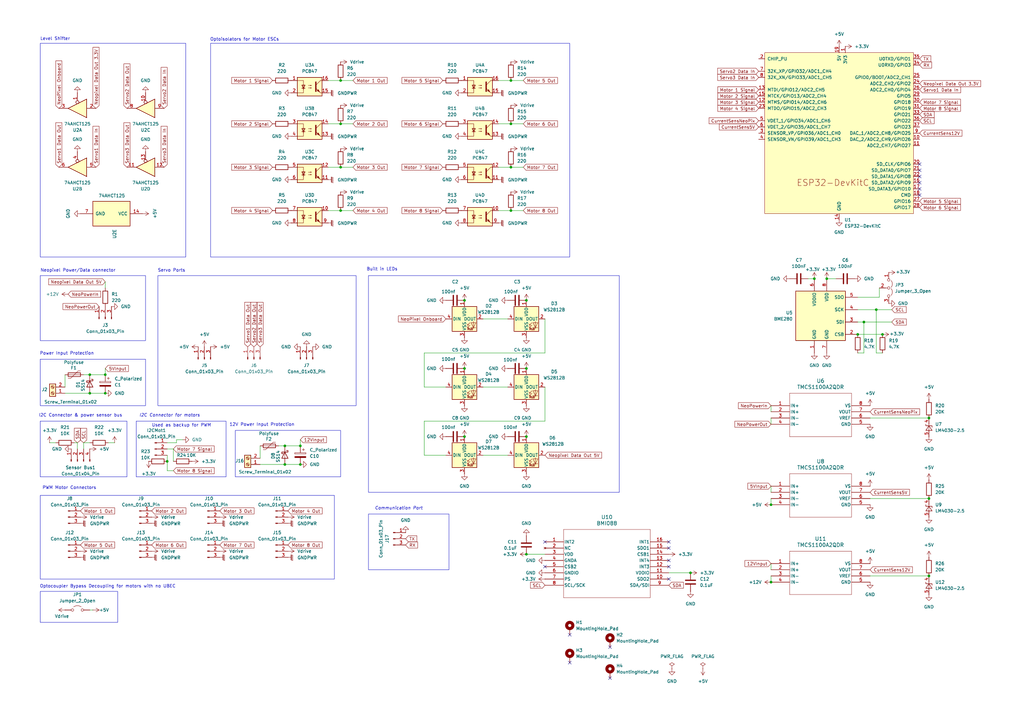
<source format=kicad_sch>
(kicad_sch (version 20250114) (generator "eeschema") (generator_version "9.0")
  (paper "A3")
  (rectangle (start 16.51 172.72) (end 52.07 195.58))
  (rectangle (start 16.51 203.2) (end 137.16 237.49))
  (rectangle (start 16.51 147.32) (end 59.69 166.37))
  (rectangle (start 16.51 17.78) (end 76.2 105.41))
  (rectangle (start 64.77 113.03) (end 146.05 166.37))
  (rectangle (start 16.51 113.03) (end 59.69 139.7))
  (rectangle (start 96.52 176.53) (end 139.7 195.58))
  (rectangle (start 86.36 17.78) (end 233.68 105.41))
  (rectangle (start 55.88 172.72) (end 92.71 195.58))
  (rectangle (start 16.51 242.57) (end 48.26 255.27))
  (rectangle (start 151.13 210.82) (end 184.15 233.68))
  (rectangle (start 151.13 113.03) (end 254 201.93))
  (text "Communication Port" (at 163.576 208.534 0) (effects (font (size 1.27 1.27) (italic yes))))
  (text "Level Shifter" (at 22.606 16.002 0) (effects (font (size 1.27 1.27))))
  (text "Built in LEDs" (at 156.718 110.49 0) (effects (font (size 1.27 1.27))))
  (text "12V Power Input Protection" (at 107.442 174.244 0) (effects (font (size 1.27 1.27))))
  (text "Neopixel Power/Data connector" (at 32.004 110.998 0) (effects (font (size 1.27 1.27))))
  (text "Servo Ports" (at 70.358 110.998 0) (effects (font (size 1.27 1.27))))
  (text "PWM Motor Connectors" (at 28.448 200.152 0) (effects (font (size 1.27 1.27))))
  (text "Used as backup for PWM" (at 74.422 174.498 0) (effects (font (size 1.27 1.27))))
  (text "I2C Connector for motors" (at 69.596 170.434 0) (effects (font (size 1.27 1.27) (italic yes))))
  (text "Optocoupler Bypass Decoupling for motors with no UBEC" (at 44.196 240.538 0) (effects (font (size 1.27 1.27))))
  (text "Optoisolators for Motor ESCs" (at 100.33 16.256 0) (effects (font (size 1.27 1.27))))
  (text "Power Input Protection" (at 27.432 145.034 0) (effects (font (size 1.27 1.27))))
  (text "I2C Connector & power sensor bus" (at 33.02 170.434 0) (effects (font (size 1.27 1.27))))
  (junction (at 116.84 182.88))
  (junction (at 354.33 132.08))
  (junction (at 381 204.47))
  (junction (at 123.19 182.88))
  (junction (at 283.21 234.95))
  (junction (at 116.84 190.5))
  (junction (at 36.83 161.29))
  (junction (at 209.55 50.8))
  (junction (at 215.9 151.13))
  (junction (at 334.01 114.3))
  (junction (at 139.7 50.8))
  (junction (at 361.95 137.16))
  (junction (at 123.19 190.5))
  (junction (at 215.9 227.33))
  (junction (at 351.79 137.16))
  (junction (at 209.55 86.36))
  (junction (at 316.23 238.76))
  (junction (at 68.58 189.23))
  (junction (at 43.18 153.67))
  (junction (at 339.09 114.3))
  (junction (at 190.5 151.13))
  (junction (at 215.9 123.19))
  (junction (at 190.5 123.19))
  (junction (at 215.9 179.07))
  (junction (at 139.7 86.36))
  (junction (at 139.7 33.02))
  (junction (at 190.5 179.07))
  (junction (at 381 171.45))
  (junction (at 209.55 68.58))
  (junction (at 359.41 127))
  (junction (at 43.18 161.29))
  (junction (at 36.83 153.67))
  (junction (at 139.7 68.58))
  (junction (at 316.23 207.01))
  (junction (at 381 236.22))
  (junction (at 209.55 33.02))
  (no_connect (at 233.68 260.35))
  (no_connect (at 377.19 77.47))
  (no_connect (at 377.19 69.85))
  (no_connect (at 274.32 237.49))
  (no_connect (at 274.32 222.25))
  (no_connect (at 377.19 74.93))
  (no_connect (at 223.52 222.25))
  (no_connect (at 377.19 80.01))
  (no_connect (at 223.52 232.41))
  (no_connect (at 233.68 271.78))
  (no_connect (at 274.32 229.87))
  (no_connect (at 377.19 72.39))
  (no_connect (at 274.32 232.41))
  (no_connect (at 250.19 265.43))
  (no_connect (at 274.32 224.79))
  (no_connect (at 377.19 67.31))
  (no_connect (at 250.19 278.13))
  (wire (pts (xy 43.18 153.67) (xy 36.83 153.67)))
  (wire (pts (xy 116.84 190.5) (xy 123.19 190.5)))
  (wire (pts (xy 139.7 33.02) (xy 134.62 33.02)))
  (wire (pts (xy 356.87 204.47) (xy 381 204.47)))
  (wire (pts (xy 316.23 166.37) (xy 316.23 168.91)))
  (wire (pts (xy 72.39 180.34) (xy 72.39 181.61)))
  (wire (pts (xy 331.47 114.3) (xy 334.01 114.3)))
  (wire (pts (xy 68.58 184.15) (xy 71.12 184.15)))
  (wire (pts (xy 354.33 132.08) (xy 365.76 132.08)))
  (wire (pts (xy 351.79 137.16) (xy 361.95 137.16)))
  (wire (pts (xy 356.87 171.45) (xy 381 171.45)))
  (wire (pts (xy 316.23 171.45) (xy 316.23 173.99)))
  (wire (pts (xy 316.23 204.47) (xy 316.23 207.01)))
  (wire (pts (xy 68.58 193.04) (xy 71.12 193.04)))
  (wire (pts (xy 359.41 127) (xy 365.76 127)))
  (wire (pts (xy 123.19 182.88) (xy 116.84 182.88)))
  (wire (pts (xy 316.23 231.14) (xy 316.23 233.68)))
  (wire (pts (xy 283.21 234.95) (xy 274.32 234.95)))
  (wire (pts (xy 43.18 115.57) (xy 43.18 118.11)))
  (wire (pts (xy 144.78 33.02) (xy 139.7 33.02)))
  (wire (pts (xy 214.63 33.02) (xy 209.55 33.02)))
  (wire (pts (xy 114.3 182.88) (xy 116.84 182.88)))
  (wire (pts (xy 360.68 121.92) (xy 360.68 118.11)))
  (wire (pts (xy 209.55 50.8) (xy 204.47 50.8)))
  (wire (pts (xy 34.29 181.61) (xy 34.29 184.15)))
  (wire (pts (xy 43.18 151.13) (xy 43.18 153.67)))
  (wire (pts (xy 31.75 181.61) (xy 31.75 184.15)))
  (wire (pts (xy 34.29 153.67) (xy 36.83 153.67)))
  (wire (pts (xy 354.33 132.08) (xy 354.33 144.78)))
  (wire (pts (xy 106.68 190.5) (xy 116.84 190.5)))
  (wire (pts (xy 173.99 144.78) (xy 173.99 158.75)))
  (wire (pts (xy 36.83 161.29) (xy 43.18 161.29)))
  (wire (pts (xy 361.95 144.78) (xy 359.41 144.78)))
  (wire (pts (xy 214.63 50.8) (xy 209.55 50.8)))
  (wire (pts (xy 214.63 68.58) (xy 209.55 68.58)))
  (wire (pts (xy 36.83 250.19) (xy 38.1 250.19)))
  (wire (pts (xy 139.7 50.8) (xy 134.62 50.8)))
  (wire (pts (xy 223.52 158.75) (xy 223.52 172.72)))
  (wire (pts (xy 36.83 181.61) (xy 34.29 181.61)))
  (wire (pts (xy 215.9 227.33) (xy 223.52 227.33)))
  (wire (pts (xy 209.55 68.58) (xy 204.47 68.58)))
  (wire (pts (xy 316.23 199.39) (xy 316.23 201.93)))
  (wire (pts (xy 223.52 172.72) (xy 173.99 172.72)))
  (wire (pts (xy 30.48 181.61) (xy 31.75 181.61)))
  (wire (pts (xy 144.78 68.58) (xy 139.7 68.58)))
  (wire (pts (xy 356.87 236.22) (xy 381 236.22)))
  (wire (pts (xy 214.63 86.36) (xy 209.55 86.36)))
  (wire (pts (xy 209.55 33.02) (xy 204.47 33.02)))
  (wire (pts (xy 223.52 144.78) (xy 173.99 144.78)))
  (wire (pts (xy 106.68 187.96) (xy 106.68 182.88)))
  (wire (pts (xy 198.12 130.81) (xy 208.28 130.81)))
  (wire (pts (xy 316.23 236.22) (xy 316.23 238.76)))
  (wire (pts (xy 359.41 127) (xy 351.79 127)))
  (wire (pts (xy 198.12 158.75) (xy 208.28 158.75)))
  (wire (pts (xy 26.67 161.29) (xy 36.83 161.29)))
  (wire (pts (xy 173.99 186.69) (xy 182.88 186.69)))
  (wire (pts (xy 139.7 68.58) (xy 134.62 68.58)))
  (wire (pts (xy 342.9 114.3) (xy 339.09 114.3)))
  (wire (pts (xy 68.58 189.23) (xy 68.58 186.69)))
  (wire (pts (xy 72.39 180.34) (xy 74.93 180.34)))
  (wire (pts (xy 359.41 144.78) (xy 359.41 127)))
  (wire (pts (xy 71.12 184.15) (xy 71.12 189.23)))
  (wire (pts (xy 209.55 86.36) (xy 204.47 86.36)))
  (wire (pts (xy 223.52 130.81) (xy 223.52 144.78)))
  (wire (pts (xy 20.32 181.61) (xy 22.86 181.61)))
  (wire (pts (xy 173.99 172.72) (xy 173.99 186.69)))
  (wire (pts (xy 144.78 50.8) (xy 139.7 50.8)))
  (wire (pts (xy 26.67 153.67) (xy 26.67 158.75)))
  (wire (pts (xy 72.39 181.61) (xy 68.58 181.61)))
  (wire (pts (xy 351.79 132.08) (xy 354.33 132.08)))
  (wire (pts (xy 68.58 193.04) (xy 68.58 189.23)))
  (wire (pts (xy 173.99 158.75) (xy 182.88 158.75)))
  (wire (pts (xy 354.33 144.78) (xy 351.79 144.78)))
  (wire (pts (xy 144.78 86.36) (xy 139.7 86.36)))
  (wire (pts (xy 139.7 86.36) (xy 134.62 86.36)))
  (wire (pts (xy 198.12 186.69) (xy 208.28 186.69)))
  (wire (pts (xy 351.79 121.92) (xy 360.68 121.92)))
  (wire (pts (xy 123.19 180.34) (xy 123.19 182.88)))
  (wire (pts (xy 46.99 181.61) (xy 44.45 181.61)))
  (global_label "SCL" (shape input) (at 377.19 49.53 0) (property "Intersheetrefs" "${INTERSHEET_REFS}" (effects (hide yes))))
  (global_label "Servo1 Data In" (shape input) (at 377.19 36.83 0) (property "Intersheetrefs" "${INTERSHEET_REFS}" (effects (hide yes))))
  (global_label "SDA" (shape input) (at 31.75 181.61 90) (property "Intersheetrefs" "${INTERSHEET_REFS}" (effects (hide yes))))
  (global_label "Servo3 Data Out" (shape input) (at 106.68 142.24 90) (property "Intersheetrefs" "${INTERSHEET_REFS}" (effects (hide yes))))
  (global_label "Motor 8 Signal" (shape input) (at 181.61 86.36 180) (property "Intersheetrefs" "${INTERSHEET_REFS}" (effects (hide yes))))
  (global_label "Servo2 Data In" (shape input) (at 311.15 29.21 180) (property "Intersheetrefs" "${INTERSHEET_REFS}" (effects (hide yes))))
  (global_label "Motor 1 Out" (shape input) (at 33.02 209.55 0) (property "Intersheetrefs" "${INTERSHEET_REFS}" (effects (hide yes))))
  (global_label "NeoPowerIn" (shape input) (at 316.23 166.37 180) (property "Intersheetrefs" "${INTERSHEET_REFS}" (effects (hide yes))))
  (global_label "Motor 3 Signal" (shape input) (at 111.76 68.58 180) (property "Intersheetrefs" "${INTERSHEET_REFS}" (effects (hide yes))))
  (global_label "5VInput" (shape input) (at 43.18 151.13 0) (property "Intersheetrefs" "${INTERSHEET_REFS}" (effects (hide yes))))
  (global_label "Motor 4 Signal" (shape input) (at 111.76 86.36 180) (property "Intersheetrefs" "${INTERSHEET_REFS}" (effects (hide yes))))
  (global_label "CurrentSens5V" (shape input) (at 356.87 201.93 0) (property "Intersheetrefs" "${INTERSHEET_REFS}" (effects (hide yes))))
  (global_label "Servo3 Data In" (shape input) (at 311.15 31.75 180) (property "Intersheetrefs" "${INTERSHEET_REFS}" (effects (hide yes))))
  (global_label "NeoPowerOut" (shape input) (at 316.23 173.99 180) (property "Intersheetrefs" "${INTERSHEET_REFS}" (effects (hide yes))))
  (global_label "Motor 5 Out" (shape input) (at 33.02 223.52 0) (property "Intersheetrefs" "${INTERSHEET_REFS}" (effects (hide yes))))
  (global_label "Servo3 Data In" (shape input) (at 67.31 68.58 90) (property "Intersheetrefs" "${INTERSHEET_REFS}" (effects (hide yes))))
  (global_label "Motor 2 Out" (shape input) (at 144.78 50.8 0) (property "Intersheetrefs" "${INTERSHEET_REFS}" (effects (hide yes))))
  (global_label "12VInput" (shape input) (at 123.19 180.34 0) (property "Intersheetrefs" "${INTERSHEET_REFS}" (effects (hide yes))))
  (global_label "Motor 4 Out" (shape input) (at 144.78 86.36 0) (property "Intersheetrefs" "${INTERSHEET_REFS}" (effects (hide yes))))
  (global_label "NeoPowerIn" (shape input) (at 27.94 120.65 0) (property "Intersheetrefs" "${INTERSHEET_REFS}" (effects (hide yes))))
  (global_label "Servo1 Data Out" (shape input) (at 24.13 68.58 90) (property "Intersheetrefs" "${INTERSHEET_REFS}" (effects (hide yes))))
  (global_label "Motor 6 Out" (shape input) (at 62.23 223.52 0) (property "Intersheetrefs" "${INTERSHEET_REFS}" (effects (hide yes))))
  (global_label "Motor 8 Signal" (shape input) (at 71.12 193.04 0) (property "Intersheetrefs" "${INTERSHEET_REFS}" (effects (hide yes))))
  (global_label "Motor 5 Signal" (shape input) (at 181.61 33.02 180) (property "Intersheetrefs" "${INTERSHEET_REFS}" (effects (hide yes))))
  (global_label "SDA" (shape input) (at 377.19 46.99 0) (property "Intersheetrefs" "${INTERSHEET_REFS}" (effects (hide yes))))
  (global_label "CurrentSensNeoPix" (shape input) (at 311.15 49.53 180) (property "Intersheetrefs" "${INTERSHEET_REFS}" (effects (hide yes))))
  (global_label "Motor 7 Out" (shape input) (at 214.63 68.58 0) (property "Intersheetrefs" "${INTERSHEET_REFS}" (effects (hide yes))))
  (global_label "NeoPowerOut" (shape input) (at 40.64 125.73 180) (property "Intersheetrefs" "${INTERSHEET_REFS}" (effects (hide yes))))
  (global_label "Servo2 Data In" (shape input) (at 67.31 44.45 90) (property "Intersheetrefs" "${INTERSHEET_REFS}" (effects (hide yes))))
  (global_label "SCL" (shape input) (at 365.76 127 0) (property "Intersheetrefs" "${INTERSHEET_REFS}" (effects (hide yes))))
  (global_label "Motor 4 Signal" (shape input) (at 311.15 44.45 180) (property "Intersheetrefs" "${INTERSHEET_REFS}" (effects (hide yes))))
  (global_label "Motor 1 Out" (shape input) (at 144.78 33.02 0) (property "Intersheetrefs" "${INTERSHEET_REFS}" (effects (hide yes))))
  (global_label "CurrentSens12V" (shape input) (at 377.19 54.61 0) (property "Intersheetrefs" "${INTERSHEET_REFS}" (effects (hide yes))))
  (global_label "Motor 7 Signal" (shape input) (at 377.19 41.91 0) (property "Intersheetrefs" "${INTERSHEET_REFS}" (effects (hide yes))))
  (global_label "Motor 4 Out" (shape input) (at 118.11 209.55 0) (property "Intersheetrefs" "${INTERSHEET_REFS}" (effects (hide yes))))
  (global_label "Motor 2 Signal" (shape input) (at 311.15 39.37 180) (property "Intersheetrefs" "${INTERSHEET_REFS}" (effects (hide yes))))
  (global_label "Motor 7 Signal" (shape input) (at 181.61 68.58 180) (property "Intersheetrefs" "${INTERSHEET_REFS}" (effects (hide yes))))
  (global_label "SCL" (shape input) (at 34.29 181.61 90) (property "Intersheetrefs" "${INTERSHEET_REFS}" (effects (hide yes))))
  (global_label "Motor 6 Signal" (shape input) (at 181.61 50.8 180) (property "Intersheetrefs" "${INTERSHEET_REFS}" (effects (hide yes))))
  (global_label "RX" (shape input) (at 377.19 26.67 0) (property "Intersheetrefs" "${INTERSHEET_REFS}" (effects (hide yes))))
  (global_label "Neopixel Data Out 3.3V" (shape input) (at 39.37 44.45 90) (property "Intersheetrefs" "${INTERSHEET_REFS}" (effects (hide yes))))
  (global_label "Motor 8 Out" (shape input) (at 214.63 86.36 0) (property "Intersheetrefs" "${INTERSHEET_REFS}" (effects (hide yes))))
  (global_label "Neopixel Data Out 5V" (shape input) (at 43.18 115.57 180) (property "Intersheetrefs" "${INTERSHEET_REFS}" (effects (hide yes))))
  (global_label "CurrentSens5V" (shape input) (at 311.15 52.07 180) (property "Intersheetrefs" "${INTERSHEET_REFS}" (effects (hide yes))))
  (global_label "Motor 3 Out" (shape input) (at 144.78 68.58 0) (property "Intersheetrefs" "${INTERSHEET_REFS}" (effects (hide yes))))
  (global_label "NeoPixel Onboard" (shape input) (at 182.88 130.81 180) (property "Intersheetrefs" "${INTERSHEET_REFS}" (effects (hide yes))))
  (global_label "Motor 6 Out" (shape input) (at 214.63 50.8 0) (property "Intersheetrefs" "${INTERSHEET_REFS}" (effects (hide yes))))
  (global_label "Motor 1 Signal" (shape input) (at 311.15 36.83 180) (property "Intersheetrefs" "${INTERSHEET_REFS}" (effects (hide yes))))
  (global_label "TX" (shape input) (at 166.37 220.98 0) (property "Intersheetrefs" "${INTERSHEET_REFS}" (effects (hide yes))))
  (global_label "Servo3 Data Out" (shape input) (at 52.07 68.58 90) (property "Intersheetrefs" "${INTERSHEET_REFS}" (effects (hide yes))))
  (global_label "Motor 8 Out" (shape input) (at 118.11 223.52 0) (property "Intersheetrefs" "${INTERSHEET_REFS}" (effects (hide yes))))
  (global_label "12VInput" (shape input) (at 316.23 231.14 180) (property "Intersheetrefs" "${INTERSHEET_REFS}" (effects (hide yes))))
  (global_label "SDA" (shape input) (at 274.32 240.03 0) (property "Intersheetrefs" "${INTERSHEET_REFS}" (effects (hide yes))))
  (global_label "Servo2 Data Out" (shape input) (at 52.07 44.45 90) (property "Intersheetrefs" "${INTERSHEET_REFS}" (effects (hide yes))))
  (global_label "Motor 5 Signal" (shape input) (at 377.19 82.55 0) (property "Intersheetrefs" "${INTERSHEET_REFS}" (effects (hide yes))))
  (global_label "Motor 2 Out" (shape input) (at 62.23 209.55 0) (property "Intersheetrefs" "${INTERSHEET_REFS}" (effects (hide yes))))
  (global_label "Servo1 Data In" (shape input) (at 39.37 68.58 90) (property "Intersheetrefs" "${INTERSHEET_REFS}" (effects (hide yes))))
  (global_label "Servo2 Data Out" (shape input) (at 104.14 142.24 90) (property "Intersheetrefs" "${INTERSHEET_REFS}" (effects (hide yes))))
  (global_label "Motor 1 Signal" (shape input) (at 111.76 33.02 180) (property "Intersheetrefs" "${INTERSHEET_REFS}" (effects (hide yes))))
  (global_label "Motor 7 Out" (shape input) (at 90.17 223.52 0) (property "Intersheetrefs" "${INTERSHEET_REFS}" (effects (hide yes))))
  (global_label "Motor 8 Signal" (shape input) (at 377.19 44.45 0) (property "Intersheetrefs" "${INTERSHEET_REFS}" (effects (hide yes))))
  (global_label "Motor 6 Signal" (shape input) (at 377.19 85.09 0) (property "Intersheetrefs" "${INTERSHEET_REFS}" (effects (hide yes))))
  (global_label "TX" (shape input) (at 377.19 24.13 0) (property "Intersheetrefs" "${INTERSHEET_REFS}" (effects (hide yes))))
  (global_label "Motor 2 Signal" (shape input) (at 111.76 50.8 180) (property "Intersheetrefs" "${INTERSHEET_REFS}" (effects (hide yes))))
  (global_label "Servo1 Data Out" (shape input) (at 101.6 142.24 90) (property "Intersheetrefs" "${INTERSHEET_REFS}" (effects (hide yes))))
  (global_label "CurrentSensNeoPix" (shape input) (at 356.87 168.91 0) (property "Intersheetrefs" "${INTERSHEET_REFS}" (effects (hide yes))))
  (global_label "Motor 5 Out" (shape input) (at 214.63 33.02 0) (property "Intersheetrefs" "${INTERSHEET_REFS}" (effects (hide yes))))
  (global_label "SDA" (shape input) (at 365.76 132.08 0) (property "Intersheetrefs" "${INTERSHEET_REFS}" (effects (hide yes))))
  (global_label "RX" (shape input) (at 166.37 223.52 0) (property "Intersheetrefs" "${INTERSHEET_REFS}" (effects (hide yes))))
  (global_label "Neopixel Data Out 5V" (shape input) (at 223.52 186.69 0) (property "Intersheetrefs" "${INTERSHEET_REFS}" (effects (hide yes))))
  (global_label "Motor 7 Signal" (shape input) (at 71.12 184.15 0) (property "Intersheetrefs" "${INTERSHEET_REFS}" (effects (hide yes))))
  (global_label "CurrentSens12V" (shape input) (at 356.87 233.68 0) (property "Intersheetrefs" "${INTERSHEET_REFS}" (effects (hide yes))))
  (global_label "NeoPixel Onboard" (shape input) (at 24.13 44.45 90) (property "Intersheetrefs" "${INTERSHEET_REFS}" (effects (hide yes))))
  (global_label "Neopixel Data Out 3.3V" (shape input) (at 377.19 34.29 0) (property "Intersheetrefs" "${INTERSHEET_REFS}" (effects (hide yes))))
  (global_label "SCL" (shape input) (at 223.52 240.03 180) (property "Intersheetrefs" "${INTERSHEET_REFS}" (effects (hide yes))))
  (global_label "Motor 3 Out" (shape input) (at 90.17 209.55 0) (property "Intersheetrefs" "${INTERSHEET_REFS}" (effects (hide yes))))
  (global_label "5VInput" (shape input) (at 316.23 199.39 180) (property "Intersheetrefs" "${INTERSHEET_REFS}" (effects (hide yes))))
  (global_label "Motor 3 Signal" (shape input) (at 311.15 41.91 180) (property "Intersheetrefs" "${INTERSHEET_REFS}" (effects (hide yes))))
  (symbol (lib_id "power:GND") (at 334.01 144.78 0) (unit 1)
    (property "Reference" "#PWR084" (effects (hide yes)))
    (property "Value" "GND" (at 334.01 149.86 0))
    (property "Description" "Power symbol creates a global label with name \"GND\" , ground" (effects (hide yes)))
  )
  (symbol (lib_id "power:+5V") (at 86.36 142.24 270) (unit 1)
    (property "Reference" "#PWR044" (effects (hide yes)))
    (property "Value" "+5V" (at 90.17 142.2399 90) (effects (justify left)))
    (property "Description" "Power symbol creates a global label with name \"+5V\"" (effects (hide yes)))
  )
  (symbol (lib_id "Device:R") (at 40.64 181.61 90) (unit 1)
    (property "Reference" "R22" (at 40.64 175.26 90))
    (property "Value" "10K" (at 40.64 177.8 90))
    (property "Footprint" "Resistor_SMD:R_0603_1608Metric_Pad0.98x0.95mm_HandSolder" (effects (hide yes)))
    (property "Description" "Resistor" (effects (hide yes)))
  )
  (symbol (lib_id "Device:R") (at 139.7 64.77 0) (unit 1)
    (property "Reference" "R8" (at 142.24 63.4999 0) (effects (justify left)))
    (property "Value" "220" (at 142.24 66.0399 0) (effects (justify left)))
    (property "Footprint" "Resistor_SMD:R_0603_1608Metric_Pad0.98x0.95mm_HandSolder" (effects (hide yes)))
    (property "Description" "Resistor" (effects (hide yes)))
  )
  (symbol (lib_id "power:+12V") (at 316.23 238.76 90) (unit 1)
    (property "Reference" "#PWR098" (effects (hide yes)))
    (property "Value" "+12V" (at 312.42 238.7599 90) (effects (justify left)))
    (property "Description" "Power symbol creates a global label with name \"+12V\"" (effects (hide yes)))
  )
  (symbol (lib_id "Connector:Conn_01x03_Pin") (at 63.5 184.15 0) (unit 1)
    (property "Reference" "I2CMot1" (at 64.135 176.53 0))
    (property "Value" "Conn_01x03_Pin" (at 64.135 179.07 0))
    (property "Footprint" "Connector_JST:JST_XH_B3B-XH-AM_1x03_P2.50mm_Vertical" (effects (hide yes)))
    (property "Description" "Generic connector, single row, 01x03, script generated" (effects (hide yes)))
  )
  (symbol (lib_id "power:+5V") (at 316.23 207.01 90) (unit 1)
    (property "Reference" "#PWR02" (effects (hide yes)))
    (property "Value" "+5V" (at 312.42 207.0099 90) (effects (justify left)))
    (property "Description" "Power symbol creates a global label with name \"+5V\"" (effects (hide yes)))
  )
  (symbol (lib_id "Device:R") (at 185.42 68.58 90) (unit 1)
    (property "Reference" "R12" (at 185.42 62.23 90))
    (property "Value" "220" (at 185.42 64.77 90))
    (property "Footprint" "Resistor_SMD:R_0603_1608Metric_Pad0.98x0.95mm_HandSolder" (effects (hide yes)))
    (property "Description" "Resistor" (effects (hide yes)))
  )
  (symbol (lib_id "Device:R") (at 185.42 33.02 90) (unit 1)
    (property "Reference" "R10" (at 185.42 26.67 90))
    (property "Value" "220" (at 185.42 29.21 90))
    (property "Footprint" "Resistor_SMD:R_0603_1608Metric_Pad0.98x0.95mm_HandSolder" (effects (hide yes)))
    (property "Description" "Resistor" (effects (hide yes)))
  )
  (symbol (lib_id "power:+3.3V") (at 283.21 234.95 270) (unit 1)
    (property "Reference" "#PWR0113" (effects (hide yes)))
    (property "Value" "+3.3V" (at 287.02 234.9499 90) (effects (justify left)))
    (property "Description" "Power symbol creates a global label with name \"+3.3V\"" (effects (hide yes)))
  )
  (symbol (lib_id "Device:C") (at 186.69 179.07 90) (unit 1)
    (property "Reference" "C8" (at 186.69 171.45 90))
    (property "Value" "100nf" (at 183.896 175.26 90))
    (property "Footprint" "Capacitor_SMD:C_0603_1608Metric" (effects (hide yes)))
    (property "Description" "Unpolarized capacitor" (effects (hide yes)))
  )
  (symbol (lib_id "TMCS1100A2QDR:TMCS1100A2QDR") (at 316.23 231.14 0) (unit 1)
    (property "Reference" "U11" (at 336.55 220.98 0) (effects (font (size 1.524 1.524))))
    (property "Value" "TMCS1100A2QDR" (at 336.55 223.52 0) (effects (font (size 1.524 1.524))))
    (property "Footprint" "SOIC8_D_TEX" (effects (hide yes)))
    (property "Datasheet" "TMCS1100A2QDR" (effects (hide yes)))
  )
  (symbol (lib_id "power:+5V") (at 58.42 87.63 270) (unit 1)
    (property "Reference" "#PWR05" (effects (hide yes)))
    (property "Value" "+5V" (at 63.5 87.63 0))
    (property "Description" "Power symbol creates a global label with name \"+5V\"" (effects (hide yes)))
  )
  (symbol (lib_id "Connector:Conn_01x04_Pin") (at 31.75 189.23 90) (unit 1)
    (property "Reference" "Sensor Bus1" (at 33.02 191.77 90))
    (property "Value" "Conn_01x04_Pin" (at 33.02 194.31 90))
    (property "Footprint" "Connector_JST:JST_XH_B4B-XH-AM_1x04_P2.50mm_Vertical" (effects (hide yes)))
    (property "Description" "Generic connector, single row, 01x04, script generated" (effects (hide yes)))
  )
  (symbol (lib_id "power:+5V") (at 381 196.85 0) (unit 1)
    (property "Reference" "#PWR0111" (effects (hide yes)))
    (property "Value" "+5V" (at 381 191.77 0))
    (property "Description" "Power symbol creates a global label with name \"+5V\"" (effects (hide yes)))
  )
  (symbol (lib_id "Mechanical:MountingHole_Pad") (at 233.68 257.81 0) (unit 1) (exclude_from_sim yes) (in_bom no)
    (property "Reference" "H1" (at 236.22 255.2699 0) (effects (justify left)))
    (property "Value" "MountingHole_Pad" (at 236.22 257.8099 0) (effects (justify left)))
    (property "Footprint" "MountingHole:MountingHole_3.2mm_M3_Pad" (effects (hide yes)))
    (property "Description" "Mounting Hole with connection" (effects (hide yes)))
  )
  (symbol (lib_id "Device:R") (at 139.7 29.21 0) (unit 1)
    (property "Reference" "R6" (at 142.24 27.9399 0) (effects (justify left)))
    (property "Value" "220" (at 142.24 30.4799 0) (effects (justify left)))
    (property "Footprint" "Resistor_SMD:R_0603_1608Metric_Pad0.98x0.95mm_HandSolder" (effects (hide yes)))
    (property "Description" "Resistor" (effects (hide yes)))
  )
  (symbol (lib_id "power:Vdrive") (at 209.55 43.18 270) (unit 1)
    (property "Reference" "#PWR039" (effects (hide yes)))
    (property "Value" "Vdrive" (at 213.36 43.1799 90) (effects (justify left)))
    (property "Description" "Power symbol creates a global label with name \"Vdrive\"" (effects (hide yes)))
  )
  (symbol (lib_id "power:+5V") (at 356.87 166.37 0) (unit 1)
    (property "Reference" "#PWR0102" (effects (hide yes)))
    (property "Value" "+5V" (at 356.87 161.29 0))
    (property "Description" "Power symbol creates a global label with name \"+5V\"" (effects (hide yes)))
  )
  (symbol (lib_id "power:GND") (at 189.23 55.88 270) (unit 1)
    (property "Reference" "#PWR031" (effects (hide yes)))
    (property "Value" "GND" (at 185.42 55.8799 90) (effects (justify right)))
    (property "Description" "Power symbol creates a global label with name \"GND\" , ground" (effects (hide yes)))
  )
  (symbol (lib_id "Device:R") (at 185.42 50.8 90) (unit 1)
    (property "Reference" "R11" (at 185.42 44.45 90))
    (property "Value" "220" (at 185.42 46.99 90))
    (property "Footprint" "Resistor_SMD:R_0603_1608Metric_Pad0.98x0.95mm_HandSolder" (effects (hide yes)))
    (property "Description" "Resistor" (effects (hide yes)))
  )
  (symbol (lib_id "Device:R") (at 43.18 121.92 0) (unit 1)
    (property "Reference" "R1" (at 45.72 120.6499 0) (effects (justify left)))
    (property "Value" "220" (at 45.72 123.1899 0) (effects (justify left)))
    (property "Footprint" "Resistor_SMD:R_0805_2012Metric_Pad1.20x1.40mm_HandSolder" (effects (hide yes)))
    (property "Description" "Resistor" (effects (hide yes)))
  )
  (symbol (lib_id "power:+3.3V") (at 364.49 111.76 270) (unit 1)
    (property "Reference" "#PWR090" (effects (hide yes)))
    (property "Value" "+3.3V" (at 370.332 111.506 90))
    (property "Description" "Power symbol creates a global label with name \"+3.3V\"" (effects (hide yes)))
  )
  (symbol (lib_id "Isolator:PC847") (at 127 35.56 0) (unit 1)
    (property "Reference" "U3" (at 127 26.67 0))
    (property "Value" "PC847" (at 127 29.21 0))
    (property "Footprint" "Package_DIP:DIP-16_W7.62mm" (effects (hide yes)))
    (property "Datasheet" "http://www.soselectronic.cz/a_info/resource/d/pc817.pdf" (effects (hide yes)))
    (property "Description" "DC Quad Optocoupler, Vce 35V, CTR 50-300%, DIP16" (effects (hide yes)))
  )
  (symbol (lib_id "Connector:Conn_01x03_Pin") (at 27.94 226.06 0) (unit 1)
    (property "Reference" "J12" (at 28.575 218.44 0))
    (property "Value" "Conn_01x03_Pin" (at 28.575 220.98 0))
    (property "Footprint" "ConnectorSmallCourtyard:PinHeader_1x03_P2.54mm_Vertical_small_courtyard" (effects (hide yes)))
    (property "Description" "Generic connector, single row, 01x03, script generated" (effects (hide yes)))
  )
  (symbol (lib_id "power:Vdrive") (at 33.02 226.06 270) (unit 1)
    (property "Reference" "#PWR068" (effects (hide yes)))
    (property "Value" "Vdrive" (at 36.83 226.0599 90) (effects (justify left)))
    (property "Description" "Power symbol creates a global label with name \"Vdrive\"" (effects (hide yes)))
  )
  (symbol (lib_id "power:Vdrive") (at 209.55 60.96 270) (unit 1)
    (property "Reference" "#PWR040" (effects (hide yes)))
    (property "Value" "Vdrive" (at 213.36 60.9599 90) (effects (justify left)))
    (property "Description" "Power symbol creates a global label with name \"Vdrive\"" (effects (hide yes)))
  )
  (symbol (lib_id "power:GND") (at 223.52 229.87 270) (unit 1)
    (property "Reference" "#PWR0119" (effects (hide yes)))
    (property "Value" "GND" (at 219.71 229.8699 90) (effects (justify right)))
    (property "Description" "Power symbol creates a global label with name \"GND\" , ground" (effects (hide yes)))
  )
  (symbol (lib_id "Device:C") (at 212.09 151.13 90) (unit 1)
    (property "Reference" "C4" (at 212.09 143.51 90))
    (property "Value" "100nf" (at 209.296 147.574 90))
    (property "Footprint" "Capacitor_SMD:C_0603_1608Metric" (effects (hide yes)))
    (property "Description" "Unpolarized capacitor" (effects (hide yes)))
  )
  (symbol (lib_id "power:GND") (at 33.02 87.63 270) (unit 1)
    (property "Reference" "#PWR06" (effects (hide yes)))
    (property "Value" "GND" (at 27.94 87.63 0))
    (property "Description" "Power symbol creates a global label with name \"GND\" , ground" (effects (hide yes)))
  )
  (symbol (lib_id "power:GND") (at 190.5 138.43 0) (unit 1)
    (property "Reference" "#PWR050" (effects (hide yes)))
    (property "Value" "GND" (at 190.5 143.51 0))
    (property "Description" "Power symbol creates a global label with name \"GND\" , ground" (effects (hide yes)))
  )
  (symbol (lib_id "BMI088:BMI088") (at 223.52 222.25 0) (unit 1)
    (property "Reference" "U10" (at 248.92 212.09 0) (effects (font (size 1.524 1.524))))
    (property "Value" "BMI088" (at 248.92 214.63 0) (effects (font (size 1.524 1.524))))
    (property "Footprint" "QFN_BMI085_BOS" (effects (hide yes)))
    (property "Datasheet" "BMI088" (effects (hide yes)))
  )
  (symbol (lib_id "power:+3.3V") (at 46.99 181.61 0) (unit 1)
    (property "Reference" "#PWR0106" (effects (hide yes)))
    (property "Value" "+3.3V" (at 46.99 176.53 0))
    (property "Description" "Power symbol creates a global label with name \"+3.3V\"" (effects (hide yes)))
  )
  (symbol (lib_id "Isolator:PC847") (at 196.85 71.12 0) (unit 3)
    (property "Reference" "U4" (at 196.85 62.23 0))
    (property "Value" "PC847" (at 196.85 64.77 0))
    (property "Footprint" "Package_DIP:DIP-16_W7.62mm" (effects (hide yes)))
    (property "Datasheet" "http://www.soselectronic.cz/a_info/resource/d/pc817.pdf" (effects (hide yes)))
    (property "Description" "DC Quad Optocoupler, Vce 35V, CTR 50-300%, DIP16" (effects (hide yes)))
  )
  (symbol (lib_id "power:+3.3V") (at 20.32 181.61 0) (unit 1)
    (property "Reference" "#PWR0105" (effects (hide yes)))
    (property "Value" "+3.3V" (at 20.32 176.53 0))
    (property "Description" "Power symbol creates a global label with name \"+3.3V\"" (effects (hide yes)))
  )
  (symbol (lib_id "Device:R") (at 139.7 46.99 0) (unit 1)
    (property "Reference" "R7" (at 142.24 45.7199 0) (effects (justify left)))
    (property "Value" "220" (at 142.24 48.2599 0) (effects (justify left)))
    (property "Footprint" "Resistor_SMD:R_0603_1608Metric_Pad0.98x0.95mm_HandSolder" (effects (hide yes)))
    (property "Description" "Resistor" (effects (hide yes)))
  )
  (symbol (lib_id "74xx:74AHCT125") (at 45.72 87.63 270) (unit 5)
    (property "Reference" "U2" (at 46.99 93.98 0) (effects (justify left)))
    (property "Value" "74AHCT125" (at 40.386 80.264 90) (effects (justify left)))
    (property "Footprint" "Package_DIP:DIP-14_W7.62mm" (effects (hide yes)))
    (property "Datasheet" "https://www.ti.com/lit/ds/symlink/sn74ahct125.pdf" (effects (hide yes)))
    (property "Description" "Quadruple Bus Buffer Gates With 3-State Outputs" (effects (hide yes)))
  )
  (symbol (lib_id "power:GNDPWR") (at 118.11 228.6 90) (unit 1)
    (property "Reference" "#PWR075" (effects (hide yes)))
    (property "Value" "GNDPWR" (at 121.92 228.7269 90) (effects (justify right)))
    (property "Description" "Power symbol creates a global label with name \"GNDPWR\" , global ground" (effects (hide yes)))
  )
  (symbol (lib_id "power:GNDPWR") (at 90.17 214.63 90) (unit 1)
    (property "Reference" "#PWR065" (effects (hide yes)))
    (property "Value" "GNDPWR" (at 93.98 214.7569 90) (effects (justify right)))
    (property "Description" "Power symbol creates a global label with name \"GNDPWR\" , global ground" (effects (hide yes)))
  )
  (symbol (lib_id "power:GND") (at 123.19 142.24 270) (unit 1)
    (property "Reference" "#PWR045" (effects (hide yes)))
    (property "Value" "GND" (at 119.38 142.2399 90) (effects (justify right)))
    (property "Description" "Power symbol creates a global label with name \"GND\" , ground" (effects (hide yes)))
  )
  (symbol (lib_id "power:Vdrive") (at 209.55 78.74 270) (unit 1)
    (property "Reference" "#PWR041" (effects (hide yes)))
    (property "Value" "Vdrive" (at 213.36 78.7399 90) (effects (justify left)))
    (property "Description" "Power symbol creates a global label with name \"Vdrive\"" (effects (hide yes)))
  )
  (symbol (lib_id "power:GND") (at 364.49 124.46 90) (unit 1)
    (property "Reference" "#PWR091" (effects (hide yes)))
    (property "Value" "GND" (at 368.3 124.4599 90) (effects (justify right)))
    (property "Description" "Power symbol creates a global label with name \"GND\" , ground" (effects (hide yes)))
  )
  (symbol (lib_id "Device:R") (at 26.67 181.61 90) (unit 1)
    (property "Reference" "R21" (at 26.67 175.26 90))
    (property "Value" "10K" (at 26.67 177.8 90))
    (property "Footprint" "Resistor_SMD:R_0603_1608Metric_Pad0.98x0.95mm_HandSolder" (effects (hide yes)))
    (property "Description" "Resistor" (effects (hide yes)))
  )
  (symbol (lib_id "Connector:Screw_Terminal_01x02") (at 21.59 161.29 180) (unit 1)
    (property "Reference" "J2" (at 18.288 159.766 0))
    (property "Value" "Screw_Terminal_01x02" (at 28.956 164.846 0))
    (property "Footprint" "TerminalBlock_TE-Connectivity:TerminalBlock_TE_282834-2_1x02_P2.54mm_Horizontal" (effects (hide yes)))
    (property "Description" "Generic screw terminal, single row, 01x02, script generated (kicad-library-utils/schlib/autogen/connector/)" (effects (hide yes)))
  )
  (symbol (lib_id "Diode:SS14") (at 36.83 157.48 270) (unit 1)
    (property "Reference" "D1" (at 32.004 157.734 0))
    (property "Value" "SS14" (at 34.036 157.988 0))
    (property "Footprint" "Diode_SMD:D_SMA" (effects (hide yes)))
    (property "Datasheet" "https://www.vishay.com/docs/88746/ss12.pdf" (effects (hide yes)))
    (property "Description" "40V 1A Schottky Diode, SMA" (effects (hide yes)))
  )
  (symbol (lib_id "Connector:Conn_01x03_Pin") (at 57.15 212.09 0) (unit 1)
    (property "Reference" "J9" (at 57.785 204.47 0))
    (property "Value" "Conn_01x03_Pin" (at 57.785 207.01 0))
    (property "Footprint" "ConnectorSmallCourtyard:PinHeader_1x03_P2.54mm_Vertical_small_courtyard" (effects (hide yes)))
    (property "Description" "Generic connector, single row, 01x03, script generated" (effects (hide yes)))
  )
  (symbol (lib_id "Device:R") (at 74.93 189.23 90) (unit 1)
    (property "Reference" "R24" (at 74.422 186.69 90))
    (property "Value" "10K" (at 78.486 186.69 90))
    (property "Footprint" "Resistor_SMD:R_0603_1608Metric_Pad0.98x0.95mm_HandSolder" (effects (hide yes)))
    (property "Description" "Resistor" (effects (hide yes)))
  )
  (symbol (lib_id "power:GND") (at 283.21 242.57 0) (unit 1)
    (property "Reference" "#PWR0124" (effects (hide yes)))
    (property "Value" "GND" (at 283.21 247.65 0))
    (property "Description" "Power symbol creates a global label with name \"GND\" , ground" (effects (hide yes)))
  )
  (symbol (lib_id "Mechanical:MountingHole_Pad") (at 250.19 275.59 0) (unit 1) (exclude_from_sim yes) (in_bom no)
    (property "Reference" "H4" (at 252.73 273.0499 0) (effects (justify left)))
    (property "Value" "MountingHole_Pad" (at 252.73 275.5899 0) (effects (justify left)))
    (property "Footprint" "MountingHole:MountingHole_3.2mm_M3_Pad" (effects (hide yes)))
    (property "Description" "Mounting Hole with connection" (effects (hide yes)))
  )
  (symbol (lib_id "Connector:Conn_01x03_Pin") (at 85.09 226.06 0) (unit 1)
    (property "Reference" "J14" (at 85.725 218.44 0))
    (property "Value" "Conn_01x03_Pin" (at 85.725 220.98 0))
    (property "Footprint" "ConnectorSmallCourtyard:PinHeader_1x03_P2.54mm_Vertical_small_courtyard" (effects (hide yes)))
    (property "Description" "Generic connector, single row, 01x03, script generated" (effects (hide yes)))
  )
  (symbol (lib_id "power:+5V") (at 288.29 274.32 180) (unit 1)
    (property "Reference" "#PWR016" (effects (hide yes)))
    (property "Value" "+5V" (at 288.29 279.4 0))
    (property "Description" "Power symbol creates a global label with name \"+5V\"" (effects (hide yes)))
  )
  (symbol (lib_id "TMCS1100A2QDR:TMCS1100A2QDR") (at 316.23 199.39 0) (unit 1)
    (property "Reference" "U8" (at 336.55 189.23 0) (effects (font (size 1.524 1.524))))
    (property "Value" "TMCS1100A2QDR" (at 336.55 191.77 0) (effects (font (size 1.524 1.524))))
    (property "Footprint" "SOIC8_D_TEX" (effects (hide yes)))
    (property "Datasheet" "TMCS1100A2QDR" (effects (hide yes)))
  )
  (symbol (lib_id "Device:R") (at 381 200.66 0) (unit 1)
    (property "Reference" "R25" (at 383.54 199.3899 0) (effects (justify left)))
    (property "Value" "20K" (at 383.54 201.9299 0) (effects (justify left)))
    (property "Footprint" "Resistor_SMD:R_0603_1608Metric_Pad0.98x0.95mm_HandSolder" (effects (hide yes)))
    (property "Description" "Resistor" (effects (hide yes)))
  )
  (symbol (lib_id "power:+3.3V") (at 223.52 237.49 90) (unit 1)
    (property "Reference" "#PWR0122" (effects (hide yes)))
    (property "Value" "+3.3V" (at 219.71 237.4899 90) (effects (justify left)))
    (property "Description" "Power symbol creates a global label with name \"+3.3V\"" (effects (hide yes)))
  )
  (symbol (lib_id "power:GND") (at 189.23 73.66 270) (unit 1)
    (property "Reference" "#PWR032" (effects (hide yes)))
    (property "Value" "GND" (at 185.42 73.6599 90) (effects (justify right)))
    (property "Description" "Power symbol creates a global label with name \"GND\" , ground" (effects (hide yes)))
  )
  (symbol (lib_id "power:GND") (at 381 243.84 0) (unit 1)
    (property "Reference" "#PWR0117" (effects (hide yes)))
    (property "Value" "GND" (at 381 248.92 0))
    (property "Description" "Power symbol creates a global label with name \"GND\" , ground" (effects (hide yes)))
  )
  (symbol (lib_id "Connector:Conn_01x03_Pin") (at 161.29 220.98 0) (unit 1)
    (property "Reference" "J17" (at 158.75 220.98 90))
    (property "Value" "Conn_01x03_Pin" (at 156.21 220.98 90))
    (property "Footprint" "Connector_JST:JST_XH_B3B-XH-AM_1x03_P2.50mm_Vertical" (effects (hide yes)))
    (property "Description" "Generic connector, single row, 01x03, script generated" (effects (hide yes)))
  )
  (symbol (lib_id "power:Vdrive") (at 62.23 226.06 270) (unit 1)
    (property "Reference" "#PWR070" (effects (hide yes)))
    (property "Value" "Vdrive" (at 66.04 226.0599 90) (effects (justify left)))
    (property "Description" "Power symbol creates a global label with name \"Vdrive\"" (effects (hide yes)))
  )
  (symbol (lib_id "power:GND") (at 208.28 179.07 270) (unit 1)
    (property "Reference" "#PWR094" (effects (hide yes)))
    (property "Value" "GND" (at 204.47 179.0699 90) (effects (justify right)))
    (property "Description" "Power symbol creates a global label with name \"GND\" , ground" (effects (hide yes)))
  )
  (symbol (lib_id "power:+5V") (at 38.1 250.19 270) (unit 1)
    (property "Reference" "#PWR077" (effects (hide yes)))
    (property "Value" "+5V" (at 40.64 250.1899 90) (effects (justify left)))
    (property "Description" "Power symbol creates a global label with name \"+5V\"" (effects (hide yes)))
  )
  (symbol (lib_id "power:+5V") (at 83.82 142.24 0) (unit 1)
    (property "Reference" "#PWR043" (effects (hide yes)))
    (property "Value" "+5V" (at 83.82 137.16 0))
    (property "Description" "Power symbol creates a global label with name \"+5V\"" (effects (hide yes)))
  )
  (symbol (lib_id "power:GND") (at 43.18 161.29 90) (mirror x) (unit 1)
    (property "Reference" "#PWR04" (effects (hide yes)))
    (property "Value" "GND" (at 46.99 161.2901 90) (effects (justify right)))
    (property "Description" "Power symbol creates a global label with name \"GND\" , ground" (effects (hide yes)))
  )
  (symbol (lib_id "power:GND") (at 275.59 274.32 0) (unit 1)
    (property "Reference" "#PWR015" (effects (hide yes)))
    (property "Value" "GND" (at 275.59 279.4 0))
    (property "Description" "Power symbol creates a global label with name \"GND\" , ground" (effects (hide yes)))
  )
  (symbol (lib_id "Connector:Conn_01x03_Pin") (at 85.09 212.09 0) (unit 1)
    (property "Reference" "J10" (at 85.725 204.47 0))
    (property "Value" "Conn_01x03_Pin" (at 85.725 207.01 0))
    (property "Footprint" "ConnectorSmallCourtyard:PinHeader_1x03_P2.54mm_Vertical_small_courtyard" (effects (hide yes)))
    (property "Description" "Generic connector, single row, 01x03, script generated" (effects (hide yes)))
  )
  (symbol (lib_id "power:GND") (at 339.09 144.78 0) (unit 1)
    (property "Reference" "#PWR085" (effects (hide yes)))
    (property "Value" "GND" (at 339.09 149.86 0))
    (property "Description" "Power symbol creates a global label with name \"GND\" , ground" (effects (hide yes)))
  )
  (symbol (lib_id "power:GND") (at 189.23 91.44 270) (unit 1)
    (property "Reference" "#PWR033" (effects (hide yes)))
    (property "Value" "GND" (at 185.42 91.4399 90) (effects (justify right)))
    (property "Description" "Power symbol creates a global label with name \"GND\" , ground" (effects (hide yes)))
  )
  (symbol (lib_id "power:Vdrive") (at 90.17 212.09 270) (unit 1)
    (property "Reference" "#PWR064" (effects (hide yes)))
    (property "Value" "Vdrive" (at 93.98 212.0899 90) (effects (justify left)))
    (property "Description" "Power symbol creates a global label with name \"Vdrive\"" (effects (hide yes)))
  )
  (symbol (lib_id "power:Vdrive") (at 118.11 226.06 270) (unit 1)
    (property "Reference" "#PWR074" (effects (hide yes)))
    (property "Value" "Vdrive" (at 121.92 226.0599 90) (effects (justify left)))
    (property "Description" "Power symbol creates a global label with name \"Vdrive\"" (effects (hide yes)))
  )
  (symbol (lib_id "power:+5V") (at 36.83 184.15 270) (unit 1)
    (property "Reference" "#PWR011" (effects (hide yes)))
    (property "Value" "+5V" (at 40.64 184.1499 90) (effects (justify left)))
    (property "Description" "Power symbol creates a global label with name \"+5V\"" (effects (hide yes)))
  )
  (symbol (lib_id "power:GND") (at 125.73 142.24 180) (unit 1)
    (property "Reference" "#PWR046" (effects (hide yes)))
    (property "Value" "GND" (at 125.73 137.16 0))
    (property "Description" "Power symbol creates a global label with name \"GND\" , ground" (effects (hide yes)))
  )
  (symbol (lib_id "power:GNDPWR") (at 204.47 38.1 90) (unit 1)
    (property "Reference" "#PWR034" (effects (hide yes)))
    (property "Value" "GNDPWR" (at 208.28 38.2269 90) (effects (justify right)))
    (property "Description" "Power symbol creates a global label with name \"GNDPWR\" , global ground" (effects (hide yes)))
  )
  (symbol (lib_id "Device:R") (at 139.7 82.55 0) (unit 1)
    (property "Reference" "R9" (at 142.24 81.2799 0) (effects (justify left)))
    (property "Value" "220" (at 142.24 83.8199 0) (effects (justify left)))
    (property "Footprint" "Resistor_SMD:R_0603_1608Metric_Pad0.98x0.95mm_HandSolder" (effects (hide yes)))
    (property "Description" "Resistor" (effects (hide yes)))
  )
  (symbol (lib_id "power:+5V") (at 356.87 231.14 0) (unit 1)
    (property "Reference" "#PWR0114" (effects (hide yes)))
    (property "Value" "+5V" (at 356.87 226.06 0))
    (property "Description" "Power symbol creates a global label with name \"+5V\"" (effects (hide yes)))
  )
  (symbol (lib_id "power:GND") (at 208.28 151.13 270) (unit 1)
    (property "Reference" "#PWR059" (effects (hide yes)))
    (property "Value" "GND" (at 204.47 151.1299 90) (effects (justify right)))
    (property "Description" "Power symbol creates a global label with name \"GND\" , ground" (effects (hide yes)))
  )
  (symbol (lib_id "Connector:Conn_01x03_Pin") (at 43.18 130.81 90) (unit 1)
    (property "Reference" "J3" (at 43.18 133.35 90))
    (property "Value" "Conn_01x03_Pin" (at 43.18 135.89 90))
    (property "Footprint" "Connector_JST:JST_XH_B3B-XH-AM_1x03_P2.50mm_Vertical" (effects (hide yes)))
    (property "Description" "Generic connector, single row, 01x03, script generated" (effects (hide yes)))
  )
  (symbol (lib_id "power:Vdrive") (at 62.23 212.09 270) (unit 1)
    (property "Reference" "#PWR062" (effects (hide yes)))
    (property "Value" "Vdrive" (at 66.04 212.0899 90) (effects (justify left)))
    (property "Description" "Power symbol creates a global label with name \"Vdrive\"" (effects (hide yes)))
  )
  (symbol (lib_id "power:+5V") (at 81.28 142.24 90) (unit 1)
    (property "Reference" "#PWR042" (effects (hide yes)))
    (property "Value" "+5V" (at 77.47 142.2399 90) (effects (justify left)))
    (property "Description" "Power symbol creates a global label with name \"+5V\"" (effects (hide yes)))
  )
  (symbol (lib_id "Connector:Conn_01x03_Pin") (at 113.03 212.09 0) (unit 1)
    (property "Reference" "J11" (at 113.665 204.47 0))
    (property "Value" "Conn_01x03_Pin" (at 113.665 207.01 0))
    (property "Footprint" "ConnectorSmallCourtyard:PinHeader_1x03_P2.54mm_Vertical_small_courtyard" (effects (hide yes)))
    (property "Description" "Generic connector, single row, 01x03, script generated" (effects (hide yes)))
  )
  (symbol (lib_id "power:GND") (at 182.88 179.07 270) (unit 1)
    (property "Reference" "#PWR092" (effects (hide yes)))
    (property "Value" "GND" (at 179.07 179.0699 90) (effects (justify right)))
    (property "Description" "Power symbol creates a global label with name \"GND\" , ground" (effects (hide yes)))
  )
  (symbol (lib_id "Device:R") (at 64.77 189.23 270) (unit 1)
    (property "Reference" "R23" (at 59.69 185.166 90))
    (property "Value" "10K" (at 59.69 187.706 90))
    (property "Footprint" "Resistor_SMD:R_0603_1608Metric_Pad0.98x0.95mm_HandSolder" (effects (hide yes)))
    (property "Description" "Resistor" (effects (hide yes)))
  )
  (symbol (lib_id "power:GND") (at 381 179.07 0) (unit 1)
    (property "Reference" "#PWR0103" (effects (hide yes)))
    (property "Value" "GND" (at 381 184.15 0))
    (property "Description" "Power symbol creates a global label with name \"GND\" , ground" (effects (hide yes)))
  )
  (symbol (lib_id "Jumper:Jumper_2_Open") (at 31.75 250.19 0) (unit 1) (exclude_from_sim yes)
    (property "Reference" "JP1" (at 31.75 243.84 0))
    (property "Value" "Jumper_2_Open" (at 31.75 246.38 0))
    (property "Footprint" "Connector_PinHeader_2.54mm:PinHeader_1x02_P2.54mm_Vertical" (effects (hide yes)))
    (property "Description" "Jumper, 2-pole, open" (effects (hide yes)))
  )
  (symbol (lib_id "power:GND") (at 29.21 184.15 270) (unit 1)
    (property "Reference" "#PWR012" (effects (hide yes)))
    (property "Value" "GND" (at 25.4 184.1499 90) (effects (justify right)))
    (property "Description" "Power symbol creates a global label with name \"GND\" , ground" (effects (hide yes)))
  )
  (symbol (lib_id "power:+12V") (at 27.94 120.65 90) (unit 1)
    (property "Reference" "#PWR014" (effects (hide yes)))
    (property "Value" "+12V" (at 24.13 120.6499 90) (effects (justify left)))
    (property "Description" "Power symbol creates a global label with name \"+12V\"" (effects (hide yes)))
  )
  (symbol (lib_id "power:GNDPWR") (at 33.02 214.63 90) (unit 1)
    (property "Reference" "#PWR061" (effects (hide yes)))
    (property "Value" "GNDPWR" (at 36.83 214.7569 90) (effects (justify right)))
    (property "Description" "Power symbol creates a global label with name \"GNDPWR\" , global ground" (effects (hide yes)))
  )
  (symbol (lib_id "Isolator:PC847") (at 196.85 53.34 0) (unit 2)
    (property "Reference" "U4" (at 196.85 44.45 0))
    (property "Value" "PC847" (at 196.85 46.99 0))
    (property "Footprint" "Package_DIP:DIP-16_W7.62mm" (effects (hide yes)))
    (property "Datasheet" "http://www.soselectronic.cz/a_info/resource/d/pc817.pdf" (effects (hide yes)))
    (property "Description" "DC Quad Optocoupler, Vce 35V, CTR 50-300%, DIP16" (effects (hide yes)))
  )
  (symbol (lib_id "Device:R") (at 115.57 33.02 90) (unit 1)
    (property "Reference" "R2" (at 115.57 26.67 90))
    (property "Value" "220" (at 115.57 29.21 90))
    (property "Footprint" "Resistor_SMD:R_0603_1608Metric_Pad0.98x0.95mm_HandSolder" (effects (hide yes)))
    (property "Description" "Resistor" (effects (hide yes)))
  )
  (symbol (lib_id "Device:C_Polarized") (at 123.19 186.69 0) (mirror y) (unit 1)
    (property "Reference" "C10" (at 127 187.0711 0) (effects (justify right)))
    (property "Value" "C_Polarized" (at 127 184.5311 0) (effects (justify right)))
    (property "Footprint" "Capacitor_THT:CP_Radial_D5.0mm_P2.00mm" (effects (hide yes)))
    (property "Description" "Polarized capacitor" (effects (hide yes)))
  )
  (symbol (lib_id "power:GNDPWR") (at 118.11 214.63 90) (unit 1)
    (property "Reference" "#PWR067" (effects (hide yes)))
    (property "Value" "GNDPWR" (at 121.92 214.7569 90) (effects (justify right)))
    (property "Description" "Power symbol creates a global label with name \"GNDPWR\" , global ground" (effects (hide yes)))
  )
  (symbol (lib_id "Connector:Conn_01x03_Pin") (at 83.82 147.32 90) (unit 1)
    (property "Reference" "J5" (at 83.82 149.86 90))
    (property "Value" "Conn_01x03_Pin" (at 83.82 152.4 90))
    (property "Footprint" "ConnectorSmallCourtyard:PinHeader_1x03_P2.54mm_Vertical_small_courtyard" (effects (hide yes)))
    (property "Description" "Generic connector, single row, 01x03, script generated" (effects (hide yes)))
  )
  (symbol (lib_id "power:GNDPWR") (at 134.62 91.44 90) (unit 1)
    (property "Reference" "#PWR024" (effects (hide yes)))
    (property "Value" "GNDPWR" (at 138.43 91.5669 90) (effects (justify right)))
    (property "Description" "Power symbol creates a global label with name \"GNDPWR\" , global ground" (effects (hide yes)))
  )
  (symbol (lib_id "74xx:74AHCT125") (at 59.69 44.45 180) (unit 3)
    (property "Reference" "U2" (at 59.69 53.34 0))
    (property "Value" "74AHCT125" (at 59.69 50.8 0))
    (property "Footprint" "Package_DIP:DIP-14_W7.62mm" (effects (hide yes)))
    (property "Datasheet" "https://www.ti.com/lit/ds/symlink/sn74ahct125.pdf" (effects (hide yes)))
    (property "Description" "Quadruple Bus Buffer Gates With 3-State Outputs" (effects (hide yes)))
  )
  (symbol (lib_id "power:GND") (at 31.75 38.1 180) (unit 1)
    (property "Reference" "#PWR09" (effects (hide yes)))
    (property "Value" "GND" (at 31.75 33.02 0))
    (property "Description" "Power symbol creates a global label with name \"GND\" , ground" (effects (hide yes)))
  )
  (symbol (lib_id "Connector:Screw_Terminal_01x02") (at 101.6 190.5 180) (unit 1)
    (property "Reference" "J16" (at 98.298 188.976 0))
    (property "Value" "Screw_Terminal_01x02" (at 108.712 193.548 0))
    (property "Footprint" "TerminalBlock_TE-Connectivity:TerminalBlock_TE_282834-2_1x02_P2.54mm_Horizontal" (effects (hide yes)))
    (property "Description" "Generic screw terminal, single row, 01x02, script generated (kicad-library-utils/schlib/autogen/connector/)" (effects (hide yes)))
  )
  (symbol (lib_id "power:GND") (at 356.87 207.01 0) (unit 1)
    (property "Reference" "#PWR0110" (effects (hide yes)))
    (property "Value" "GND" (at 356.87 212.09 0))
    (property "Description" "Power symbol creates a global label with name \"GND\" , ground" (effects (hide yes)))
  )
  (symbol (lib_id "power:Vdrive") (at 139.7 43.18 270) (unit 1)
    (property "Reference" "#PWR027" (effects (hide yes)))
    (property "Value" "Vdrive" (at 143.51 43.1799 90) (effects (justify left)))
    (property "Description" "Power symbol creates a global label with name \"Vdrive\"" (effects (hide yes)))
  )
  (symbol (lib_id "power:+5V") (at 381 163.83 0) (unit 1)
    (property "Reference" "#PWR0101" (effects (hide yes)))
    (property "Value" "+5V" (at 381 158.75 0))
    (property "Description" "Power symbol creates a global label with name \"+5V\"" (effects (hide yes)))
  )
  (symbol (lib_id "Device:R") (at 209.55 64.77 0) (unit 1)
    (property "Reference" "R16" (at 212.09 63.4999 0) (effects (justify left)))
    (property "Value" "220" (at 212.09 66.0399 0) (effects (justify left)))
    (property "Footprint" "Resistor_SMD:R_0603_1608Metric_Pad0.98x0.95mm_HandSolder" (effects (hide yes)))
    (property "Description" "Resistor" (effects (hide yes)))
  )
  (symbol (lib_id "power:+3.3V") (at 274.32 227.33 270) (unit 1)
    (property "Reference" "#PWR0121" (effects (hide yes)))
    (property "Value" "+3.3V" (at 278.13 227.3299 90) (effects (justify left)))
    (property "Description" "Power symbol creates a global label with name \"+3.3V\"" (effects (hide yes)))
  )
  (symbol (lib_id "power:GNDPWR") (at 204.47 91.44 90) (unit 1)
    (property "Reference" "#PWR037" (effects (hide yes)))
    (property "Value" "GNDPWR" (at 208.28 91.5669 90) (effects (justify right)))
    (property "Description" "Power symbol creates a global label with name \"GNDPWR\" , global ground" (effects (hide yes)))
  )
  (symbol (lib_id "power:GND") (at 323.85 114.3 270) (unit 1)
    (property "Reference" "#PWR088" (effects (hide yes)))
    (property "Value" "GND" (at 320.04 114.3001 90) (effects (justify right)))
    (property "Description" "Power symbol creates a global label with name \"GND\" , ground" (effects (hide yes)))
  )
  (symbol (lib_id "LED:WS2812B") (at 215.9 130.81 0) (unit 1)
    (property "Reference" "D3" (at 227.33 124.4914 0))
    (property "Value" "WS2812B" (at 227.33 127.0314 0))
    (property "Footprint" "LED_SMD:LED_WS2812B_PLCC4_5.0x5.0mm_P3.2mm" (effects (hide yes)))
    (property "Datasheet" "https://cdn-shop.adafruit.com/datasheets/WS2812B.pdf" (effects (hide yes)))
    (property "Description" "RGB LED with integrated controller" (effects (hide yes)))
  )
  (symbol (lib_id "LED:WS2812B") (at 190.5 130.81 0) (unit 1)
    (property "Reference" "D2" (at 200.406 125.476 0))
    (property "Value" "WS2812B" (at 200.406 128.016 0))
    (property "Footprint" "LED_SMD:LED_WS2812B_PLCC4_5.0x5.0mm_P3.2mm" (effects (hide yes)))
    (property "Datasheet" "https://cdn-shop.adafruit.com/datasheets/WS2812B.pdf" (effects (hide yes)))
    (property "Description" "RGB LED with integrated controller" (effects (hide yes)))
  )
  (symbol (lib_id "power:+5V") (at 356.87 199.39 0) (unit 1)
    (property "Reference" "#PWR0109" (effects (hide yes)))
    (property "Value" "+5V" (at 356.87 194.31 0))
    (property "Description" "Power symbol creates a global label with name \"+5V\"" (effects (hide yes)))
  )
  (symbol (lib_id "power:+5V") (at 190.5 123.19 0) (unit 1)
    (property "Reference" "#PWR052" (effects (hide yes)))
    (property "Value" "+5V" (at 190.5 118.11 0))
    (property "Description" "Power symbol creates a global label with name \"+5V\"" (effects (hide yes)))
  )
  (symbol (lib_id "Isolator:PC847") (at 196.85 88.9 0) (unit 4)
    (property "Reference" "U4" (at 196.85 80.01 0))
    (property "Value" "PC847" (at 196.85 82.55 0))
    (property "Footprint" "Package_DIP:DIP-16_W7.62mm" (effects (hide yes)))
    (property "Datasheet" "http://www.soselectronic.cz/a_info/resource/d/pc817.pdf" (effects (hide yes)))
    (property "Description" "DC Quad Optocoupler, Vce 35V, CTR 50-300%, DIP16" (effects (hide yes)))
  )
  (symbol (lib_id "power:Vdrive") (at 118.11 212.09 270) (unit 1)
    (property "Reference" "#PWR066" (effects (hide yes)))
    (property "Value" "Vdrive" (at 121.92 212.0899 90) (effects (justify left)))
    (property "Description" "Power symbol creates a global label with name \"Vdrive\"" (effects (hide yes)))
  )
  (symbol (lib_id "power:GNDPWR") (at 62.23 228.6 90) (unit 1)
    (property "Reference" "#PWR071" (effects (hide yes)))
    (property "Value" "GNDPWR" (at 66.04 228.7269 90) (effects (justify right)))
    (property "Description" "Power symbol creates a global label with name \"GNDPWR\" , global ground" (effects (hide yes)))
  )
  (symbol (lib_id "power:GND") (at 208.28 123.19 270) (unit 1)
    (property "Reference" "#PWR058" (effects (hide yes)))
    (property "Value" "GND" (at 204.47 123.1899 90) (effects (justify right)))
    (property "Description" "Power symbol creates a global label with name \"GND\" , ground" (effects (hide yes)))
  )
  (symbol (lib_id "power:GND") (at 381 212.09 0) (unit 1)
    (property "Reference" "#PWR0112" (effects (hide yes)))
    (property "Value" "GND" (at 381 217.17 0))
    (property "Description" "Power symbol creates a global label with name \"GND\" , ground" (effects (hide yes)))
  )
  (symbol (lib_id "power:GND") (at 182.88 151.13 270) (unit 1)
    (property "Reference" "#PWR056" (effects (hide yes)))
    (property "Value" "GND" (at 179.07 151.1299 90) (effects (justify right)))
    (property "Description" "Power symbol creates a global label with name \"GND\" , ground" (effects (hide yes)))
  )
  (symbol (lib_id "Connector:Conn_01x03_Pin") (at 113.03 226.06 0) (unit 1)
    (property "Reference" "J15" (at 113.665 218.44 0))
    (property "Value" "Conn_01x03_Pin" (at 113.665 220.98 0))
    (property "Footprint" "ConnectorSmallCourtyard:PinHeader_1x03_P2.54mm_Vertical_small_courtyard" (effects (hide yes)))
    (property "Description" "Generic connector, single row, 01x03, script generated" (effects (hide yes)))
  )
  (symbol (lib_id "power:+5V") (at 344.17 19.05 0) (unit 1)
    (property "Reference" "#PWR03" (effects (hide yes)))
    (property "Value" "+5V" (at 344.17 13.97 0))
    (property "Description" "Power symbol creates a global label with name \"+5V\"" (effects (hide yes)))
  )
  (symbol (lib_id "power:+3.3V") (at 60.96 189.23 180) (unit 1)
    (property "Reference" "#PWR0107" (effects (hide yes)))
    (property "Value" "+3.3V" (at 60.96 194.31 0))
    (property "Description" "Power symbol creates a global label with name \"+3.3V\"" (effects (hide yes)))
  )
  (symbol (lib_id "power:GND") (at 215.9 219.71 180) (unit 1)
    (property "Reference" "#PWR0123" (effects (hide yes)))
    (property "Value" "GND" (at 215.9 214.63 0))
    (property "Description" "Power symbol creates a global label with name \"GND\" , ground" (effects (hide yes)))
  )
  (symbol (lib_id "Device:C") (at 215.9 223.52 0) (mirror x) (unit 1)
    (property "Reference" "C11" (at 212.09 222.2499 0) (effects (justify right)))
    (property "Value" "0.1uF" (at 212.09 224.7899 0) (effects (justify right)))
    (property "Footprint" "Capacitor_SMD:C_0603_1608Metric" (effects (hide yes)))
    (property "Description" "Unpolarized capacitor" (effects (hide yes)))
  )
  (symbol (lib_id "Reference_Voltage:LM4030-2.5") (at 381 175.26 90) (unit 1)
    (property "Reference" "U7" (at 383.54 173.9899 90) (effects (justify right)))
    (property "Value" "LM4030-2.5" (at 383.54 176.5299 90) (effects (justify right)))
    (property "Footprint" "Package_TO_SOT_SMD:SOT-23-5" (effects (hide yes)))
    (property "Datasheet" "http://www.ti.com/lit/ds/symlink/lm4030.pdf" (effects (hide yes)))
    (property "Description" "2.500V Ultra-High Precision Shunt Voltage Reference, SOT-23-5" (effects (hide yes)))
  )
  (symbol (lib_id "power:GND") (at 215.9 138.43 0) (unit 1)
    (property "Reference" "#PWR051" (effects (hide yes)))
    (property "Value" "GND" (at 215.9 143.51 0))
    (property "Description" "Power symbol creates a global label with name \"GND\" , ground" (effects (hide yes)))
  )
  (symbol (lib_id "power:+5V") (at 190.5 151.13 0) (unit 1)
    (property "Reference" "#PWR054" (effects (hide yes)))
    (property "Value" "+5V" (at 190.5 146.05 0))
    (property "Description" "Power symbol creates a global label with name \"+5V\"" (effects (hide yes)))
  )
  (symbol (lib_id "Connector:Conn_01x03_Pin") (at 104.14 147.32 90) (unit 1)
    (property "Reference" "J6" (at 104.14 149.86 90))
    (property "Value" "Conn_01x03_Pin" (at 104.14 152.4 90))
    (property "Footprint" "ConnectorSmallCourtyard:PinHeader_1x03_P2.54mm_Vertical_small_courtyard" (effects (hide yes)))
    (property "Description" "Generic connector, single row, 01x03, script generated" (effects (hide yes)))
  )
  (symbol (lib_id "power:GND") (at 215.9 194.31 0) (unit 1)
    (property "Reference" "#PWR096" (effects (hide yes)))
    (property "Value" "GND" (at 215.9 199.39 0))
    (property "Description" "Power symbol creates a global label with name \"GND\" , ground" (effects (hide yes)))
  )
  (symbol (lib_id "power:GNDPWR") (at 134.62 73.66 90) (unit 1)
    (property "Reference" "#PWR023" (effects (hide yes)))
    (property "Value" "GNDPWR" (at 138.43 73.7869 90) (effects (justify right)))
    (property "Description" "Power symbol creates a global label with name \"GNDPWR\" , global ground" (effects (hide yes)))
  )
  (symbol (lib_id "power:GND") (at 59.69 62.23 180) (unit 1)
    (property "Reference" "#PWR07" (effects (hide yes)))
    (property "Value" "GND" (at 59.69 57.15 0))
    (property "Description" "Power symbol creates a global label with name \"GND\" , ground" (effects (hide yes)))
  )
  (symbol (lib_id "power:+3.3V") (at 339.09 114.3 0) (unit 1)
    (property "Reference" "#PWR083" (effects (hide yes)))
    (property "Value" "+3.3V" (at 339.852 110.49 0))
    (property "Description" "Power symbol creates a global label with name \"+3.3V\"" (effects (hide yes)))
  )
  (symbol (lib_id "Device:R") (at 381 167.64 0) (unit 1)
    (property "Reference" "R20" (at 383.54 166.3699 0) (effects (justify left)))
    (property "Value" "20K" (at 383.54 168.9099 0) (effects (justify left)))
    (property "Footprint" "Resistor_SMD:R_0603_1608Metric_Pad0.98x0.95mm_HandSolder" (effects (hide yes)))
    (property "Description" "Resistor" (effects (hide yes)))
  )
  (symbol (lib_id "Device:R") (at 115.57 50.8 90) (unit 1)
    (property "Reference" "R3" (at 115.57 44.45 90))
    (property "Value" "220" (at 115.57 46.99 90))
    (property "Footprint" "Resistor_SMD:R_0603_1608Metric_Pad0.98x0.95mm_HandSolder" (effects (hide yes)))
    (property "Description" "Resistor" (effects (hide yes)))
  )
  (symbol (lib_id "power:+5V") (at 215.9 179.07 0) (unit 1)
    (property "Reference" "#PWR095" (effects (hide yes)))
    (property "Value" "+5V" (at 215.9 173.99 0))
    (property "Description" "Power symbol creates a global label with name \"+5V\"" (effects (hide yes)))
  )
  (symbol (lib_id "Device:R") (at 115.57 86.36 90) (unit 1)
    (property "Reference" "R5" (at 115.57 80.01 90))
    (property "Value" "220" (at 115.57 82.55 90))
    (property "Footprint" "Resistor_SMD:R_0603_1608Metric_Pad0.98x0.95mm_HandSolder" (effects (hide yes)))
    (property "Description" "Resistor" (effects (hide yes)))
  )
  (symbol (lib_id "power:GND") (at 123.19 190.5 90) (mirror x) (unit 1)
    (property "Reference" "#PWR099" (effects (hide yes)))
    (property "Value" "GND" (at 127 190.5001 90) (effects (justify right)))
    (property "Description" "Power symbol creates a global label with name \"GND\" , ground" (effects (hide yes)))
  )
  (symbol (lib_id "Connector:Conn_01x03_Pin") (at 125.73 147.32 90) (unit 1)
    (property "Reference" "J7" (at 125.73 149.86 90))
    (property "Value" "Conn_01x03_Pin" (at 125.73 152.4 90))
    (property "Footprint" "ConnectorSmallCourtyard:PinHeader_1x03_P2.54mm_Vertical_small_courtyard" (effects (hide yes)))
    (property "Description" "Generic connector, single row, 01x03, script generated" (effects (hide yes)))
  )
  (symbol (lib_id "power:GND") (at 190.5 166.37 0) (unit 1)
    (property "Reference" "#PWR048" (effects (hide yes)))
    (property "Value" "GND" (at 190.5 171.45 0))
    (property "Description" "Power symbol creates a global label with name \"GND\" , ground" (effects (hide yes)))
  )
  (symbol (lib_id "Device:R") (at 361.95 140.97 0) (unit 1)
    (property "Reference" "R19" (at 364.49 139.6999 0) (effects (justify left)))
    (property "Value" "4.7K" (at 364.49 142.2399 0) (effects (justify left)))
    (property "Footprint" "Resistor_SMD:R_0603_1608Metric_Pad0.98x0.95mm_HandSolder" (effects (hide yes)))
    (property "Description" "Resistor" (effects (hide yes)))
  )
  (symbol (lib_id "power:GND") (at 356.87 173.99 0) (unit 1)
    (property "Reference" "#PWR0104" (effects (hide yes)))
    (property "Value" "GND" (at 356.87 179.07 0))
    (property "Description" "Power symbol creates a global label with name \"GND\" , ground" (effects (hide yes)))
  )
  (symbol (lib_id "Device:R") (at 381 232.41 0) (unit 1)
    (property "Reference" "R26" (at 383.54 231.1399 0) (effects (justify left)))
    (property "Value" "20K" (at 383.54 233.6799 0) (effects (justify left)))
    (property "Footprint" "Resistor_SMD:R_0603_1608Metric_Pad0.98x0.95mm_HandSolder" (effects (hide yes)))
    (property "Description" "Resistor" (effects (hide yes)))
  )
  (symbol (lib_id "Device:R") (at 209.55 46.99 0) (unit 1)
    (property "Reference" "R15" (at 212.09 45.7199 0) (effects (justify left)))
    (property "Value" "220" (at 212.09 48.2599 0) (effects (justify left)))
    (property "Footprint" "Resistor_SMD:R_0603_1608Metric_Pad0.98x0.95mm_HandSolder" (effects (hide yes)))
    (property "Description" "Resistor" (effects (hide yes)))
  )
  (symbol (lib_id "Isolator:PC847") (at 127 88.9 0) (unit 4)
    (property "Reference" "U3" (at 127 80.01 0))
    (property "Value" "PC847" (at 127 82.55 0))
    (property "Footprint" "Package_DIP:DIP-16_W7.62mm" (effects (hide yes)))
    (property "Datasheet" "http://www.soselectronic.cz/a_info/resource/d/pc817.pdf" (effects (hide yes)))
    (property "Description" "DC Quad Optocoupler, Vce 35V, CTR 50-300%, DIP16" (effects (hide yes)))
  )
  (symbol (lib_id "power:GND") (at 350.52 114.3 90) (unit 1)
    (property "Reference" "#PWR086" (effects (hide yes)))
    (property "Value" "GND" (at 354.33 114.2999 90) (effects (justify right)))
    (property "Description" "Power symbol creates a global label with name \"GND\" , ground" (effects (hide yes)))
  )
  (symbol (lib_id "power:+5V") (at 381 228.6 0) (unit 1)
    (property "Reference" "#PWR0116" (effects (hide yes)))
    (property "Value" "+5V" (at 381 223.52 0))
    (property "Description" "Power symbol creates a global label with name \"+5V\"" (effects (hide yes)))
  )
  (symbol (lib_id "Sensor:BME280") (at 336.55 129.54 0) (unit 1)
    (property "Reference" "U5" (at 325.12 128.2699 0) (effects (justify right)))
    (property "Value" "BME280" (at 325.12 130.8099 0) (effects (justify right)))
    (property "Footprint" "Package_LGA:Bosch_LGA-8_2.5x2.5mm_P0.65mm_ClockwisePinNumbering" (effects (hide yes)))
    (property "Datasheet" "https://www.bosch-sensortec.com/media/boschsensortec/downloads/datasheets/bst-bme280-ds002.pdf" (effects (hide yes)))
    (property "Description" "3-in-1 sensor, humidity, pressure, temperature, I2C and SPI interface, 1.71-3.6V, LGA-8" (effects (hide yes)))
  )
  (symbol (lib_id "Isolator:PC847") (at 127 53.34 0) (unit 2)
    (property "Reference" "U3" (at 127 44.45 0))
    (property "Value" "PC847" (at 127 46.99 0))
    (property "Footprint" "Package_DIP:DIP-16_W7.62mm" (effects (hide yes)))
    (property "Datasheet" "http://www.soselectronic.cz/a_info/resource/d/pc817.pdf" (effects (hide yes)))
    (property "Description" "DC Quad Optocoupler, Vce 35V, CTR 50-300%, DIP16" (effects (hide yes)))
  )
  (symbol (lib_id "power:GNDPWR") (at 62.23 214.63 90) (unit 1)
    (property "Reference" "#PWR063" (effects (hide yes)))
    (property "Value" "GNDPWR" (at 66.04 214.7569 90) (effects (justify right)))
    (property "Description" "Power symbol creates a global label with name \"GNDPWR\" , global ground" (effects (hide yes)))
  )
  (symbol (lib_id "Connector:Conn_01x03_Pin") (at 27.94 212.09 0) (unit 1)
    (property "Reference" "J8" (at 28.575 204.47 0))
    (property "Value" "Conn_01x03_Pin" (at 28.575 207.01 0))
    (property "Footprint" "ConnectorSmallCourtyard:PinHeader_1x03_P2.54mm_Vertical_small_courtyard" (effects (hide yes)))
    (property "Description" "Generic connector, single row, 01x03, script generated" (effects (hide yes)))
  )
  (symbol (lib_id "Device:C_Polarized") (at 43.18 157.48 0) (mirror y) (unit 1)
    (property "Reference" "C1" (at 46.99 157.8611 0) (effects (justify right)))
    (property "Value" "C_Polarized" (at 46.99 155.3211 0) (effects (justify right)))
    (property "Footprint" "Capacitor_THT:CP_Radial_D5.0mm_P2.00mm" (effects (hide yes)))
    (property "Description" "Polarized capacitor" (effects (hide yes)))
  )
  (symbol (lib_id "power:+5V") (at 190.5 179.07 0) (unit 1)
    (property "Reference" "#PWR093" (effects (hide yes)))
    (property "Value" "+5V" (at 190.5 173.99 0))
    (property "Description" "Power symbol creates a global label with name \"+5V\"" (effects (hide yes)))
  )
  (symbol (lib_id "power:GND") (at 344.17 90.17 0) (unit 1)
    (property "Reference" "#PWR01" (effects (hide yes)))
    (property "Value" "GND" (at 344.17 95.25 0))
    (property "Description" "Power symbol creates a global label with name \"GND\" , ground" (effects (hide yes)))
  )
  (symbol (lib_id "power:GND") (at 215.9 166.37 0) (unit 1)
    (property "Reference" "#PWR049" (effects (hide yes)))
    (property "Value" "GND" (at 215.9 171.45 0))
    (property "Description" "Power symbol creates a global label with name \"GND\" , ground" (effects (hide yes)))
  )
  (symbol (lib_id "power:GND") (at 59.69 38.1 180) (unit 1)
    (property "Reference" "#PWR08" (effects (hide yes)))
    (property "Value" "GND" (at 59.69 33.02 0))
    (property "Description" "Power symbol creates a global label with name \"GND\" , ground" (effects (hide yes)))
  )
  (symbol (lib_id "Device:C") (at 212.09 179.07 90) (unit 1)
    (property "Reference" "C9" (at 212.09 171.45 90))
    (property "Value" "100nf" (at 209.296 175.26 90))
    (property "Footprint" "Capacitor_SMD:C_0603_1608Metric" (effects (hide yes)))
    (property "Description" "Unpolarized capacitor" (effects (hide yes)))
  )
  (symbol (lib_id "power:GND") (at 31.75 62.23 180) (unit 1)
    (property "Reference" "#PWR010" (effects (hide yes)))
    (property "Value" "GND" (at 31.75 57.15 0))
    (property "Description" "Power symbol creates a global label with name \"GND\" , ground" (effects (hide yes)))
  )
  (symbol (lib_id "Device:Polyfuse") (at 30.48 153.67 90) (unit 1)
    (property "Reference" "F1" (at 28.956 150.876 90) (effects (justify right)))
    (property "Value" "Polyfuse" (at 26.162 148.59 90) (effects (justify right)))
    (property "Footprint" "Fuse:Fuse_Bourns_MF-RG300" (effects (hide yes)))
    (property "Description" "Resettable fuse, polymeric positive temperature coefficient" (effects (hide yes)))
  )
  (symbol (lib_id "LED:WS2812B") (at 215.9 158.75 0) (unit 1)
    (property "Reference" "D5" (at 227.33 152.4314 0))
    (property "Value" "WS2812B" (at 227.33 154.9714 0))
    (property "Footprint" "LED_SMD:LED_WS2812B_PLCC4_5.0x5.0mm_P3.2mm" (effects (hide yes)))
    (property "Datasheet" "https://cdn-shop.adafruit.com/datasheets/WS2812B.pdf" (effects (hide yes)))
    (property "Description" "RGB LED with integrated controller" (effects (hide yes)))
  )
  (symbol (lib_id "power:GNDPWR") (at 134.62 38.1 90) (unit 1)
    (property "Reference" "#PWR021" (effects (hide yes)))
    (property "Value" "GNDPWR" (at 138.43 38.2269 90) (effects (justify right)))
    (property "Description" "Power symbol creates a global label with name \"GNDPWR\" , global ground" (effects (hide yes)))
  )
  (symbol (lib_id "power:Vdrive") (at 139.7 78.74 270) (unit 1)
    (property "Reference" "#PWR029" (effects (hide yes)))
    (property "Value" "Vdrive" (at 143.51 78.7399 90) (effects (justify left)))
    (property "Description" "Power symbol creates a global label with name \"Vdrive\"" (effects (hide yes)))
  )
  (symbol (lib_id "Mechanical:MountingHole_Pad") (at 233.68 269.24 0) (unit 1) (exclude_from_sim yes) (in_bom no)
    (property "Reference" "H3" (at 236.22 266.6999 0) (effects (justify left)))
    (property "Value" "MountingHole_Pad" (at 236.22 269.2399 0) (effects (justify left)))
    (property "Footprint" "MountingHole:MountingHole_3.2mm_M3_Pad" (effects (hide yes)))
    (property "Description" "Mounting Hole with connection" (effects (hide yes)))
  )
  (symbol (lib_id "power:GNDPWR") (at 204.47 55.88 90) (unit 1)
    (property "Reference" "#PWR035" (effects (hide yes)))
    (property "Value" "GNDPWR" (at 208.28 56.0069 90) (effects (justify right)))
    (property "Description" "Power symbol creates a global label with name \"GNDPWR\" , global ground" (effects (hide yes)))
  )
  (symbol (lib_id "power:GND") (at 119.38 38.1 270) (unit 1)
    (property "Reference" "#PWR017" (effects (hide yes)))
    (property "Value" "GND" (at 115.57 38.0999 90) (effects (justify right)))
    (property "Description" "Power symbol creates a global label with name \"GND\" , ground" (effects (hide yes)))
  )
  (symbol (lib_id "power:GNDPWR") (at 134.62 55.88 90) (unit 1)
    (property "Reference" "#PWR022" (effects (hide yes)))
    (property "Value" "GNDPWR" (at 138.43 56.0069 90) (effects (justify right)))
    (property "Description" "Power symbol creates a global label with name \"GNDPWR\" , global ground" (effects (hide yes)))
  )
  (symbol (lib_id "power:Vdrive") (at 209.55 25.4 270) (unit 1)
    (property "Reference" "#PWR038" (effects (hide yes)))
    (property "Value" "Vdrive" (at 213.36 25.3999 90) (effects (justify left)))
    (property "Description" "Power symbol creates a global label with name \"Vdrive\"" (effects (hide yes)))
  )
  (symbol (lib_id "74xx:74AHCT125") (at 59.69 68.58 180) (unit 4)
    (property "Reference" "U2" (at 59.69 77.47 0))
    (property "Value" "74AHCT125" (at 59.69 74.93 0))
    (property "Footprint" "Package_DIP:DIP-14_W7.62mm" (effects (hide yes)))
    (property "Datasheet" "https://www.ti.com/lit/ds/symlink/sn74ahct125.pdf" (effects (hide yes)))
    (property "Description" "Quadruple Bus Buffer Gates With 3-State Outputs" (effects (hide yes)))
  )
  (symbol (lib_id "power:GND") (at 119.38 91.44 270) (unit 1)
    (property "Reference" "#PWR020" (effects (hide yes)))
    (property "Value" "GND" (at 115.57 91.4399 90) (effects (justify right)))
    (property "Description" "Power symbol creates a global label with name \"GND\" , ground" (effects (hide yes)))
  )
  (symbol (lib_id "Isolator:PC847") (at 127 71.12 0) (unit 3)
    (property "Reference" "U3" (at 127 62.23 0))
    (property "Value" "PC847" (at 127 64.77 0))
    (property "Footprint" "Package_DIP:DIP-16_W7.62mm" (effects (hide yes)))
    (property "Datasheet" "http://www.soselectronic.cz/a_info/resource/d/pc817.pdf" (effects (hide yes)))
    (property "Description" "DC Quad Optocoupler, Vce 35V, CTR 50-300%, DIP16" (effects (hide yes)))
  )
  (symbol (lib_id "power:Vdrive") (at 26.67 250.19 90) (mirror x) (unit 1)
    (property "Reference" "#PWR076" (effects (hide yes)))
    (property "Value" "Vdrive" (at 25.4 252.73 90))
    (property "Description" "Power symbol creates a global label with name \"Vdrive\"" (effects (hide yes)))
  )
  (symbol (lib_id "power:GND") (at 74.93 180.34 90) (unit 1)
    (property "Reference" "#PWR025" (effects (hide yes)))
    (property "Value" "GND" (at 78.74 180.3399 90) (effects (justify right)))
    (property "Description" "Power symbol creates a global label with name \"GND\" , ground" (effects (hide yes)))
  )
  (symbol (lib_id "Reference_Voltage:LM4030-2.5") (at 381 208.28 90) (unit 1)
    (property "Reference" "U9" (at 383.54 207.0099 90) (effects (justify right)))
    (property "Value" "LM4030-2.5" (at 383.54 209.5499 90) (effects (justify right)))
    (property "Footprint" "Package_TO_SOT_SMD:SOT-23-5" (effects (hide yes)))
    (property "Datasheet" "http://www.ti.com/lit/ds/symlink/lm4030.pdf" (effects (hide yes)))
    (property "Description" "2.500V Ultra-High Precision Shunt Voltage Reference, SOT-23-5" (effects (hide yes)))
  )
  (symbol (lib_id "power:+3.3V") (at 78.74 189.23 270) (unit 1)
    (property "Reference" "#PWR0108" (effects (hide yes)))
    (property "Value" "+3.3V" (at 82.55 189.2299 90) (effects (justify left)))
    (property "Description" "Power symbol creates a global label with name \"+3.3V\"" (effects (hide yes)))
  )
  (symbol (lib_id "power:GND") (at 119.38 73.66 270) (unit 1)
    (property "Reference" "#PWR019" (effects (hide yes)))
    (property "Value" "GND" (at 115.57 73.6599 90) (effects (justify right)))
    (property "Description" "Power symbol creates a global label with name \"GND\" , ground" (effects (hide yes)))
  )
  (symbol (lib_id "power:+3.3V") (at 361.95 137.16 270) (unit 1)
    (property "Reference" "#PWR089" (effects (hide yes)))
    (property "Value" "+3.3V" (at 367.792 136.906 90))
    (property "Description" "Power symbol creates a global label with name \"+3.3V\"" (effects (hide yes)))
  )
  (symbol (lib_id "power:GND") (at 119.38 55.88 270) (unit 1)
    (property "Reference" "#PWR018" (effects (hide yes)))
    (property "Value" "GND" (at 115.57 55.8799 90) (effects (justify right)))
    (property "Description" "Power symbol creates a global label with name \"GND\" , ground" (effects (hide yes)))
  )
  (symbol (lib_id "power:+3.3V") (at 346.71 19.05 270) (unit 1)
    (property "Reference" "#PWR082" (effects (hide yes)))
    (property "Value" "+3.3V" (at 350.52 19.0499 90) (effects (justify left)))
    (property "Description" "Power symbol creates a global label with name \"+3.3V\"" (effects (hide yes)))
  )
  (symbol (lib_id "Device:R") (at 185.42 86.36 90) (unit 1)
    (property "Reference" "R13" (at 185.42 80.01 90))
    (property "Value" "220" (at 185.42 82.55 90))
    (property "Footprint" "Resistor_SMD:R_0603_1608Metric_Pad0.98x0.95mm_HandSolder" (effects (hide yes)))
    (property "Description" "Resistor" (effects (hide yes)))
  )
  (symbol (lib_id "power:GNDPWR") (at 204.47 73.66 90) (unit 1)
    (property "Reference" "#PWR036" (effects (hide yes)))
    (property "Value" "GNDPWR" (at 208.28 73.7869 90) (effects (justify right)))
    (property "Description" "Power symbol creates a global label with name \"GNDPWR\" , global ground" (effects (hide yes)))
  )
  (symbol (lib_id "power:PWR_FLAG") (at 288.29 274.32 0) (unit 1)
    (property "Reference" "#FLG02" (effects (hide yes)))
    (property "Value" "PWR_FLAG" (at 288.29 269.24 0))
    (property "Description" "Special symbol for telling ERC where power comes from" (effects (hide yes)))
  )
  (symbol (lib_id "Device:C") (at 283.21 238.76 0) (mirror y) (unit 1)
    (property "Reference" "C12" (at 287.02 237.4899 0) (effects (justify right)))
    (property "Value" "0.1uF" (at 287.02 240.0299 0) (effects (justify right)))
    (property "Footprint" "Capacitor_SMD:C_0603_1608Metric" (effects (hide yes)))
    (property "Description" "Unpolarized capacitor" (effects (hide yes)))
  )
  (symbol (lib_id "Device:C") (at 346.71 114.3 90) (unit 1)
    (property "Reference" "C6" (at 346.71 106.68 90))
    (property "Value" "100nF" (at 346.71 109.22 90))
    (property "Footprint" "Capacitor_SMD:C_0603_1608Metric_Pad1.08x0.95mm_HandSolder" (effects (hide yes)))
    (property "Description" "Unpolarized capacitor" (effects (hide yes)))
  )
  (symbol (lib_id "Device:R") (at 209.55 82.55 0) (unit 1)
    (property "Reference" "R17" (at 212.09 81.2799 0) (effects (justify left)))
    (property "Value" "220" (at 212.09 83.8199 0) (effects (justify left)))
    (property "Footprint" "Resistor_SMD:R_0603_1608Metric_Pad0.98x0.95mm_HandSolder" (effects (hide yes)))
    (property "Description" "Resistor" (effects (hide yes)))
  )
  (symbol (lib_id "power:+5V") (at 215.9 123.19 0) (unit 1)
    (property "Reference" "#PWR053" (effects (hide yes)))
    (property "Value" "+5V" (at 215.9 118.11 0))
    (property "Description" "Power symbol creates a global label with name \"+5V\"" (effects (hide yes)))
  )
  (symbol (lib_id "Device:R") (at 209.55 29.21 0) (unit 1)
    (property "Reference" "R14" (at 212.09 27.9399 0) (effects (justify left)))
    (property "Value" "220" (at 212.09 30.4799 0) (effects (justify left)))
    (property "Footprint" "Resistor_SMD:R_0603_1608Metric_Pad0.98x0.95mm_HandSolder" (effects (hide yes)))
    (property "Description" "Resistor" (effects (hide yes)))
  )
  (symbol (lib_id "power:GNDPWR") (at 90.17 228.6 90) (unit 1)
    (property "Reference" "#PWR073" (effects (hide yes)))
    (property "Value" "GNDPWR" (at 93.98 228.7269 90) (effects (justify right)))
    (property "Description" "Power symbol creates a global label with name \"GNDPWR\" , global ground" (effects (hide yes)))
  )
  (symbol (lib_id "power:Vdrive") (at 33.02 212.09 270) (unit 1)
    (property "Reference" "#PWR060" (effects (hide yes)))
    (property "Value" "Vdrive" (at 36.83 212.0899 90) (effects (justify left)))
    (property "Description" "Power symbol creates a global label with name \"Vdrive\"" (effects (hide yes)))
  )
  (symbol (lib_id "Device:Polyfuse") (at 110.49 182.88 90) (unit 1)
    (property "Reference" "F2" (at 108.966 180.086 90) (effects (justify right)))
    (property "Value" "Polyfuse" (at 106.172 177.8 90) (effects (justify right)))
    (property "Footprint" "Fuse:Fuse_Bourns_MF-RG300" (effects (hide yes)))
    (property "Description" "Resettable fuse, polymeric positive temperature coefficient" (effects (hide yes)))
  )
  (symbol (lib_id "Connector:Conn_01x03_Pin") (at 57.15 226.06 0) (unit 1)
    (property "Reference" "J13" (at 57.785 218.44 0))
    (property "Value" "Conn_01x03_Pin" (at 57.785 220.98 0))
    (property "Footprint" "ConnectorSmallCourtyard:PinHeader_1x03_P2.54mm_Vertical_small_courtyard" (effects (hide yes)))
    (property "Description" "Generic connector, single row, 01x03, script generated" (effects (hide yes)))
  )
  (symbol (lib_id "Diode:SS14") (at 116.84 186.69 270) (unit 1)
    (property "Reference" "D8" (at 112.014 186.944 0))
    (property "Value" "SS14" (at 114.046 187.198 0))
    (property "Footprint" "Diode_SMD:D_SMA" (effects (hide yes)))
    (property "Datasheet" "https://www.vishay.com/docs/88746/ss12.pdf" (effects (hide yes)))
    (property "Description" "40V 1A Schottky Diode, SMA" (effects (hide yes)))
  )
  (symbol (lib_id "power:PWR_FLAG") (at 275.59 274.32 0) (unit 1)
    (property "Reference" "#FLG01" (effects (hide yes)))
    (property "Value" "PWR_FLAG" (at 275.59 269.24 0))
    (property "Description" "Special symbol for telling ERC where power comes from" (effects (hide yes)))
  )
  (symbol (lib_id "Reference_Voltage:LM4030-2.5") (at 381 240.03 90) (unit 1)
    (property "Reference" "U12" (at 383.54 238.7599 90) (effects (justify right)))
    (property "Value" "LM4030-2.5" (at 383.54 241.2999 90) (effects (justify right)))
    (property "Footprint" "Package_TO_SOT_SMD:SOT-23-5" (effects (hide yes)))
    (property "Datasheet" "http://www.ti.com/lit/ds/symlink/lm4030.pdf" (effects (hide yes)))
    (property "Description" "2.500V Ultra-High Precision Shunt Voltage Reference, SOT-23-5" (effects (hide yes)))
  )
  (symbol (lib_id "power:+3.3V") (at 215.9 227.33 90) (unit 1)
    (property "Reference" "#PWR0118" (effects (hide yes)))
    (property "Value" "+3.3V" (at 212.09 227.3299 90) (effects (justify left)))
    (property "Description" "Power symbol creates a global label with name \"+3.3V\"" (effects (hide yes)))
  )
  (symbol (lib_id "power:GND") (at 166.37 218.44 180) (unit 1)
    (property "Reference" "#PWR0100" (effects (hide yes)))
    (property "Value" "GND" (at 166.37 213.36 0))
    (property "Description" "Power symbol creates a global label with name \"GND\" , ground" (effects (hide yes)))
  )
  (symbol (lib_id "power:GND") (at 128.27 142.24 90) (unit 1)
    (property "Reference" "#PWR047" (effects (hide yes)))
    (property "Value" "GND" (at 132.08 142.2399 90) (effects (justify right)))
    (property "Description" "Power symbol creates a global label with name \"GND\" , ground" (effects (hide yes)))
  )
  (symbol (lib_id "power:GND") (at 189.23 38.1 270) (unit 1)
    (property "Reference" "#PWR030" (effects (hide yes)))
    (property "Value" "GND" (at 185.42 38.0999 90) (effects (justify right)))
    (property "Description" "Power symbol creates a global label with name \"GND\" , ground" (effects (hide yes)))
  )
  (symbol (lib_id "LED:WS2812B") (at 215.9 186.69 0) (unit 1)
    (property "Reference" "D6" (at 226.568 179.578 0))
    (property "Value" "WS2812B" (at 226.822 182.118 0))
    (property "Footprint" "LED_SMD:LED_WS2812B_PLCC4_5.0x5.0mm_P3.2mm" (effects (hide yes)))
    (property "Datasheet" "https://cdn-shop.adafruit.com/datasheets/WS2812B.pdf" (effects (hide yes)))
    (property "Description" "RGB LED with integrated controller" (effects (hide yes)))
  )
  (symbol (lib_id "Isolator:PC847") (at 196.85 35.56 0) (unit 1)
    (property "Reference" "U4" (at 196.85 26.67 0))
    (property "Value" "PC847" (at 196.85 29.21 0))
    (property "Footprint" "Package_DIP:DIP-16_W7.62mm" (effects (hide yes)))
    (property "Datasheet" "http://www.soselectronic.cz/a_info/resource/d/pc817.pdf" (effects (hide yes)))
    (property "Description" "DC Quad Optocoupler, Vce 35V, CTR 50-300%, DIP16" (effects (hide yes)))
  )
  (symbol (lib_id "Device:R") (at 351.79 140.97 0) (unit 1)
    (property "Reference" "R18" (at 354.33 139.6999 0) (effects (justify left)))
    (property "Value" "4.7K" (at 354.33 142.2399 0) (effects (justify left)))
    (property "Footprint" "Resistor_SMD:R_0603_1608Metric_Pad0.98x0.95mm_HandSolder" (effects (hide yes)))
    (property "Description" "Resistor" (effects (hide yes)))
  )
  (symbol (lib_id "PCM_Espressif:ESP32-DevKitC") (at 344.17 54.61 0) (unit 1)
    (property "Reference" "U1" (at 346.3641 90.17 0) (effects (justify left)))
    (property "Value" "ESP32-DevKitC" (at 346.3641 92.71 0) (effects (justify left)))
    (property "Footprint" "PCM_Espressif:ESP32-DevKitC" (effects (hide yes)))
    (property "Datasheet" "https://docs.espressif.com/projects/esp-idf/zh_CN/latest/esp32/hw-reference/esp32/get-started-devkitc.html" (effects (hide yes)))
    (property "Description" "Development Kit" (effects (hide yes)))
  )
  (symbol (lib_id "Device:C") (at 212.09 123.19 90) (unit 1)
    (property "Reference" "C3" (at 212.09 115.57 90))
    (property "Value" "100nf" (at 209.55 119.634 90))
    (property "Footprint" "Capacitor_SMD:C_0603_1608Metric" (effects (hide yes)))
    (property "Description" "Unpolarized capacitor" (effects (hide yes)))
  )
  (symbol (lib_id "Device:C") (at 327.66 114.3 90) (unit 1)
    (property "Reference" "C7" (at 327.66 106.68 90))
    (property "Value" "100nF" (at 327.66 109.22 90))
    (property "Footprint" "Capacitor_SMD:C_0603_1608Metric_Pad1.08x0.95mm_HandSolder" (effects (hide yes)))
    (property "Description" "Unpolarized capacitor" (effects (hide yes)))
  )
  (symbol (lib_id "power:GND") (at 356.87 238.76 0) (unit 1)
    (property "Reference" "#PWR0115" (effects (hide yes)))
    (property "Value" "GND" (at 356.87 243.84 0))
    (property "Description" "Power symbol creates a global label with name \"GND\" , ground" (effects (hide yes)))
  )
  (symbol (lib_id "power:GND") (at 182.88 123.19 270) (unit 1)
    (property "Reference" "#PWR057" (effects (hide yes)))
    (property "Value" "GND" (at 179.07 123.1899 90) (effects (justify right)))
    (property "Description" "Power symbol creates a global label with name \"GND\" , ground" (effects (hide yes)))
  )
  (symbol (lib_id "Device:R") (at 115.57 68.58 90) (unit 1)
    (property "Reference" "R4" (at 115.57 62.23 90))
    (property "Value" "220" (at 115.57 64.77 90))
    (property "Footprint" "Resistor_SMD:R_0603_1608Metric_Pad0.98x0.95mm_HandSolder" (effects (hide yes)))
    (property "Description" "Resistor" (effects (hide yes)))
  )
  (symbol (lib_id "TMCS1100A2QDR:TMCS1100A2QDR") (at 316.23 166.37 0) (unit 1)
    (property "Reference" "U6" (at 336.55 156.21 0) (effects (font (size 1.524 1.524))))
    (property "Value" "TMCS1100A2QDR" (at 336.55 158.75 0) (effects (font (size 1.524 1.524))))
    (property "Footprint" "SOIC8_D_TEX" (effects (hide yes)))
    (property "Datasheet" "TMCS1100A2QDR" (effects (hide yes)))
  )
  (symbol (lib_id "power:+5V") (at 215.9 151.13 0) (unit 1)
    (property "Reference" "#PWR055" (effects (hide yes)))
    (property "Value" "+5V" (at 215.9 146.05 0))
    (property "Description" "Power symbol creates a global label with name \"+5V\"" (effects (hide yes)))
  )
  (symbol (lib_id "Mechanical:MountingHole_Pad") (at 250.19 262.89 0) (unit 1) (exclude_from_sim yes) (in_bom no)
    (property "Reference" "H2" (at 252.73 260.3499 0) (effects (justify left)))
    (property "Value" "MountingHole_Pad" (at 252.73 262.8899 0) (effects (justify left)))
    (property "Footprint" "MountingHole:MountingHole_3.2mm_M3_Pad" (effects (hide yes)))
    (property "Description" "Mounting Hole with connection" (effects (hide yes)))
  )
  (symbol (lib_id "power:GNDPWR") (at 33.02 228.6 90) (unit 1)
    (property "Reference" "#PWR069" (effects (hide yes)))
    (property "Value" "GNDPWR" (at 36.83 228.7269 90) (effects (justify right)))
    (property "Description" "Power symbol creates a global label with name \"GNDPWR\" , global ground" (effects (hide yes)))
  )
  (symbol (lib_id "power:GND") (at 223.52 234.95 270) (unit 1)
    (property "Reference" "#PWR0120" (effects (hide yes)))
    (property "Value" "GND" (at 219.71 234.9499 90) (effects (justify right)))
    (property "Description" "Power symbol creates a global label with name \"GND\" , ground" (effects (hide yes)))
  )
  (symbol (lib_id "power:Vdrive") (at 139.7 60.96 270) (unit 1)
    (property "Reference" "#PWR028" (effects (hide yes)))
    (property "Value" "Vdrive" (at 143.51 60.9599 90) (effects (justify left)))
    (property "Description" "Power symbol creates a global label with name \"Vdrive\"" (effects (hide yes)))
  )
  (symbol (lib_id "power:GND") (at 45.72 125.73 90) (unit 1)
    (property "Reference" "#PWR013" (effects (hide yes)))
    (property "Value" "GND" (at 49.53 125.7299 90) (effects (justify right)))
    (property "Description" "Power symbol creates a global label with name \"GND\" , ground" (effects (hide yes)))
  )
  (symbol (lib_id "74xx:74AHCT125") (at 31.75 44.45 180) (unit 1)
    (property "Reference" "U2" (at 31.75 53.34 0))
    (property "Value" "74AHCT125" (at 31.75 50.8 0))
    (property "Footprint" "Package_DIP:DIP-14_W7.62mm" (effects (hide yes)))
    (property "Datasheet" "https://www.ti.com/lit/ds/symlink/sn74ahct125.pdf" (effects (hide yes)))
    (property "Description" "Quadruple Bus Buffer Gates With 3-State Outputs" (effects (hide yes)))
  )
  (symbol (lib_id "74xx:74AHCT125") (at 31.75 68.58 180) (unit 2)
    (property "Reference" "U2" (at 31.75 77.47 0))
    (property "Value" "74AHCT125" (at 31.75 74.93 0))
    (property "Footprint" "Package_DIP:DIP-14_W7.62mm" (effects (hide yes)))
    (property "Datasheet" "https://www.ti.com/lit/ds/symlink/sn74ahct125.pdf" (effects (hide yes)))
    (property "Description" "Quadruple Bus Buffer Gates With 3-State Outputs" (effects (hide yes)))
  )
  (symbol (lib_id "power:Vdrive") (at 90.17 226.06 270) (unit 1)
    (property "Reference" "#PWR072" (effects (hide yes)))
    (property "Value" "Vdrive" (at 93.98 226.0599 90) (effects (justify left)))
    (property "Description" "Power symbol creates a global label with name \"Vdrive\"" (effects (hide yes)))
  )
  (symbol (lib_id "Device:C") (at 186.69 123.19 90) (unit 1)
    (property "Reference" "C2" (at 186.69 115.57 90))
    (property "Value" "100nf" (at 183.896 119.634 90))
    (property "Footprint" "Capacitor_SMD:C_0603_1608Metric" (effects (hide yes)))
    (property "Description" "Unpolarized capacitor" (effects (hide yes)))
  )
  (symbol (lib_id "power:GND") (at 190.5 194.31 0) (unit 1)
    (property "Reference" "#PWR097" (effects (hide yes)))
    (property "Value" "GND" (at 190.5 199.39 0))
    (property "Description" "Power symbol creates a global label with name \"GND\" , ground" (effects (hide yes)))
  )
  (symbol (lib_id "power:Vdrive") (at 139.7 25.4 270) (unit 1)
    (property "Reference" "#PWR026" (effects (hide yes)))
    (property "Value" "Vdrive" (at 143.51 25.3999 90) (effects (justify left)))
    (property "Description" "Power symbol creates a global label with name \"Vdrive\"" (effects (hide yes)))
  )
  (symbol (lib_id "Jumper:Jumper_3_Open") (at 364.49 118.11 270) (unit 1) (exclude_from_sim yes) (in_bom no)
    (property "Reference" "JP3" (at 367.03 116.8399 90) (effects (justify left)))
    (property "Value" "Jumper_3_Open" (at 367.03 119.3799 90) (effects (justify left)))
    (property "Footprint" "Connector_PinHeader_2.54mm:PinHeader_1x03_P2.54mm_Vertical" (effects (hide yes)))
    (property "Description" "Jumper, 3-pole, both open" (effects (hide yes)))
  )
  (symbol (lib_id "LED:WS2812B") (at 190.5 158.75 0) (unit 1)
    (property "Reference" "D4" (at 200.406 153.416 0))
    (property "Value" "WS2812B" (at 200.406 155.956 0))
    (property "Footprint" "LED_SMD:LED_WS2812B_PLCC4_5.0x5.0mm_P3.2mm" (effects (hide yes)))
    (property "Datasheet" "https://cdn-shop.adafruit.com/datasheets/WS2812B.pdf" (effects (hide yes)))
    (property "Description" "RGB LED with integrated controller" (effects (hide yes)))
  )
  (symbol (lib_id "Device:C") (at 186.69 151.13 90) (unit 1)
    (property "Reference" "C5" (at 186.69 143.51 90))
    (property "Value" "100nf" (at 183.896 147.32 90))
    (property "Footprint" "Capacitor_SMD:C_0603_1608Metric" (effects (hide yes)))
    (property "Description" "Unpolarized capacitor" (effects (hide yes)))
  )
  (symbol (lib_id "LED:WS2812B") (at 190.5 186.69 0) (unit 1)
    (property "Reference" "D7" (at 200.406 181.102 0))
    (property "Value" "WS2812B" (at 200.406 183.642 0))
    (property "Footprint" "LED_SMD:LED_WS2812B_PLCC4_5.0x5.0mm_P3.2mm" (effects (hide yes)))
    (property "Datasheet" "https://cdn-shop.adafruit.com/datasheets/WS2812B.pdf" (effects (hide yes)))
    (property "Description" "RGB LED with integrated controller" (effects (hide yes)))
  )
  (symbol (lib_id "power:+3.3V") (at 334.01 114.3 0) (unit 1)
    (property "Reference" "#PWR087" (effects (hide yes)))
    (property "Value" "+3.3V" (at 333.248 110.49 0))
    (property "Description" "Power symbol creates a global label with name \"+3.3V\"" (effects (hide yes)))
  )
)
</source>
